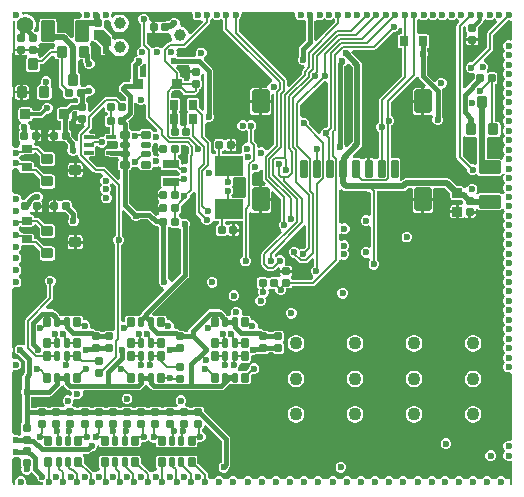
<source format=gbl>
G04*
G04 #@! TF.GenerationSoftware,Altium Limited,Altium Designer,23.4.1 (23)*
G04*
G04 Layer_Physical_Order=4*
G04 Layer_Color=16711680*
%FSLAX25Y25*%
%MOIN*%
G70*
G04*
G04 #@! TF.SameCoordinates,86F2D4E2-0459-4DBF-9641-04F5417CCA88*
G04*
G04*
G04 #@! TF.FilePolarity,Positive*
G04*
G01*
G75*
%ADD12C,0.00787*%
%ADD18C,0.01968*%
G04:AMPARAMS|DCode=19|XSize=27.56mil|YSize=23.62mil|CornerRadius=2.36mil|HoleSize=0mil|Usage=FLASHONLY|Rotation=0.000|XOffset=0mil|YOffset=0mil|HoleType=Round|Shape=RoundedRectangle|*
%AMROUNDEDRECTD19*
21,1,0.02756,0.01890,0,0,0.0*
21,1,0.02284,0.02362,0,0,0.0*
1,1,0.00472,0.01142,-0.00945*
1,1,0.00472,-0.01142,-0.00945*
1,1,0.00472,-0.01142,0.00945*
1,1,0.00472,0.01142,0.00945*
%
%ADD19ROUNDEDRECTD19*%
G04:AMPARAMS|DCode=21|XSize=27.56mil|YSize=36.22mil|CornerRadius=2.76mil|HoleSize=0mil|Usage=FLASHONLY|Rotation=0.000|XOffset=0mil|YOffset=0mil|HoleType=Round|Shape=RoundedRectangle|*
%AMROUNDEDRECTD21*
21,1,0.02756,0.03071,0,0,0.0*
21,1,0.02205,0.03622,0,0,0.0*
1,1,0.00551,0.01102,-0.01535*
1,1,0.00551,-0.01102,-0.01535*
1,1,0.00551,-0.01102,0.01535*
1,1,0.00551,0.01102,0.01535*
%
%ADD21ROUNDEDRECTD21*%
G04:AMPARAMS|DCode=22|XSize=27.56mil|YSize=23.62mil|CornerRadius=2.36mil|HoleSize=0mil|Usage=FLASHONLY|Rotation=90.000|XOffset=0mil|YOffset=0mil|HoleType=Round|Shape=RoundedRectangle|*
%AMROUNDEDRECTD22*
21,1,0.02756,0.01890,0,0,90.0*
21,1,0.02284,0.02362,0,0,90.0*
1,1,0.00472,0.00945,0.01142*
1,1,0.00472,0.00945,-0.01142*
1,1,0.00472,-0.00945,-0.01142*
1,1,0.00472,-0.00945,0.01142*
%
%ADD22ROUNDEDRECTD22*%
G04:AMPARAMS|DCode=26|XSize=27.56mil|YSize=36.22mil|CornerRadius=2.76mil|HoleSize=0mil|Usage=FLASHONLY|Rotation=90.000|XOffset=0mil|YOffset=0mil|HoleType=Round|Shape=RoundedRectangle|*
%AMROUNDEDRECTD26*
21,1,0.02756,0.03071,0,0,90.0*
21,1,0.02205,0.03622,0,0,90.0*
1,1,0.00551,0.01535,0.01102*
1,1,0.00551,0.01535,-0.01102*
1,1,0.00551,-0.01535,-0.01102*
1,1,0.00551,-0.01535,0.01102*
%
%ADD26ROUNDEDRECTD26*%
%ADD28R,0.00787X0.21260*%
%ADD29R,0.00787X0.09055*%
%ADD30R,0.00787X0.23622*%
%ADD31R,0.00787X0.07874*%
%ADD32R,0.00787X0.08268*%
%ADD33R,0.00787X0.42126*%
%ADD34R,0.19685X0.00787*%
%ADD35R,0.26772X0.00787*%
%ADD36R,0.17717X0.00787*%
%ADD37R,0.00787X0.22441*%
%ADD38R,0.00787X0.06299*%
%ADD39R,0.05512X0.00787*%
G04:AMPARAMS|DCode=40|XSize=35.43mil|YSize=37.4mil|CornerRadius=3.54mil|HoleSize=0mil|Usage=FLASHONLY|Rotation=90.000|XOffset=0mil|YOffset=0mil|HoleType=Round|Shape=RoundedRectangle|*
%AMROUNDEDRECTD40*
21,1,0.03543,0.03032,0,0,90.0*
21,1,0.02835,0.03740,0,0,90.0*
1,1,0.00709,0.01516,0.01417*
1,1,0.00709,0.01516,-0.01417*
1,1,0.00709,-0.01516,-0.01417*
1,1,0.00709,-0.01516,0.01417*
%
%ADD40ROUNDEDRECTD40*%
G04:AMPARAMS|DCode=41|XSize=35.43mil|YSize=37.4mil|CornerRadius=3.54mil|HoleSize=0mil|Usage=FLASHONLY|Rotation=90.000|XOffset=0mil|YOffset=0mil|HoleType=Round|Shape=RoundedRectangle|*
%AMROUNDEDRECTD41*
21,1,0.03543,0.03032,0,0,90.0*
21,1,0.02835,0.03740,0,0,90.0*
1,1,0.00709,0.01516,0.01417*
1,1,0.00709,0.01516,-0.01417*
1,1,0.00709,-0.01516,-0.01417*
1,1,0.00709,-0.01516,0.01417*
%
%ADD41ROUNDEDRECTD41*%
%ADD84C,0.01575*%
%ADD86C,0.01181*%
%ADD87C,0.04331*%
%ADD88C,0.02362*%
%ADD89C,0.03900*%
%ADD90C,0.05512*%
G04:AMPARAMS|DCode=91|XSize=25.59mil|YSize=31.5mil|CornerRadius=2.56mil|HoleSize=0mil|Usage=FLASHONLY|Rotation=0.000|XOffset=0mil|YOffset=0mil|HoleType=Round|Shape=RoundedRectangle|*
%AMROUNDEDRECTD91*
21,1,0.02559,0.02638,0,0,0.0*
21,1,0.02047,0.03150,0,0,0.0*
1,1,0.00512,0.01024,-0.01319*
1,1,0.00512,-0.01024,-0.01319*
1,1,0.00512,-0.01024,0.01319*
1,1,0.00512,0.01024,0.01319*
%
%ADD91ROUNDEDRECTD91*%
G04:AMPARAMS|DCode=92|XSize=17.72mil|YSize=31.5mil|CornerRadius=1.77mil|HoleSize=0mil|Usage=FLASHONLY|Rotation=0.000|XOffset=0mil|YOffset=0mil|HoleType=Round|Shape=RoundedRectangle|*
%AMROUNDEDRECTD92*
21,1,0.01772,0.02795,0,0,0.0*
21,1,0.01417,0.03150,0,0,0.0*
1,1,0.00354,0.00709,-0.01398*
1,1,0.00354,-0.00709,-0.01398*
1,1,0.00354,-0.00709,0.01398*
1,1,0.00354,0.00709,0.01398*
%
%ADD92ROUNDEDRECTD92*%
G04:AMPARAMS|DCode=93|XSize=78.74mil|YSize=57.09mil|CornerRadius=5.71mil|HoleSize=0mil|Usage=FLASHONLY|Rotation=90.000|XOffset=0mil|YOffset=0mil|HoleType=Round|Shape=RoundedRectangle|*
%AMROUNDEDRECTD93*
21,1,0.07874,0.04567,0,0,90.0*
21,1,0.06732,0.05709,0,0,90.0*
1,1,0.01142,0.02284,0.03366*
1,1,0.01142,0.02284,-0.03366*
1,1,0.01142,-0.02284,-0.03366*
1,1,0.01142,-0.02284,0.03366*
%
%ADD93ROUNDEDRECTD93*%
G04:AMPARAMS|DCode=94|XSize=59.06mil|YSize=25.59mil|CornerRadius=2.56mil|HoleSize=0mil|Usage=FLASHONLY|Rotation=90.000|XOffset=0mil|YOffset=0mil|HoleType=Round|Shape=RoundedRectangle|*
%AMROUNDEDRECTD94*
21,1,0.05906,0.02047,0,0,90.0*
21,1,0.05394,0.02559,0,0,90.0*
1,1,0.00512,0.01024,0.02697*
1,1,0.00512,0.01024,-0.02697*
1,1,0.00512,-0.01024,-0.02697*
1,1,0.00512,-0.01024,0.02697*
%
%ADD94ROUNDEDRECTD94*%
G04:AMPARAMS|DCode=95|XSize=35.43mil|YSize=37.4mil|CornerRadius=3.54mil|HoleSize=0mil|Usage=FLASHONLY|Rotation=180.000|XOffset=0mil|YOffset=0mil|HoleType=Round|Shape=RoundedRectangle|*
%AMROUNDEDRECTD95*
21,1,0.03543,0.03032,0,0,180.0*
21,1,0.02835,0.03740,0,0,180.0*
1,1,0.00709,-0.01417,0.01516*
1,1,0.00709,0.01417,0.01516*
1,1,0.00709,0.01417,-0.01516*
1,1,0.00709,-0.01417,-0.01516*
%
%ADD95ROUNDEDRECTD95*%
G04:AMPARAMS|DCode=96|XSize=35.43mil|YSize=37.4mil|CornerRadius=3.54mil|HoleSize=0mil|Usage=FLASHONLY|Rotation=180.000|XOffset=0mil|YOffset=0mil|HoleType=Round|Shape=RoundedRectangle|*
%AMROUNDEDRECTD96*
21,1,0.03543,0.03032,0,0,180.0*
21,1,0.02835,0.03740,0,0,180.0*
1,1,0.00709,-0.01417,0.01516*
1,1,0.00709,0.01417,0.01516*
1,1,0.00709,0.01417,-0.01516*
1,1,0.00709,-0.01417,-0.01516*
%
%ADD96ROUNDEDRECTD96*%
G04:AMPARAMS|DCode=97|XSize=35.83mil|YSize=33.47mil|CornerRadius=3.35mil|HoleSize=0mil|Usage=FLASHONLY|Rotation=0.000|XOffset=0mil|YOffset=0mil|HoleType=Round|Shape=RoundedRectangle|*
%AMROUNDEDRECTD97*
21,1,0.03583,0.02677,0,0,0.0*
21,1,0.02913,0.03347,0,0,0.0*
1,1,0.00669,0.01457,-0.01339*
1,1,0.00669,-0.01457,-0.01339*
1,1,0.00669,-0.01457,0.01339*
1,1,0.00669,0.01457,0.01339*
%
%ADD97ROUNDEDRECTD97*%
G04:AMPARAMS|DCode=98|XSize=70.87mil|YSize=45.28mil|CornerRadius=4.53mil|HoleSize=0mil|Usage=FLASHONLY|Rotation=0.000|XOffset=0mil|YOffset=0mil|HoleType=Round|Shape=RoundedRectangle|*
%AMROUNDEDRECTD98*
21,1,0.07087,0.03622,0,0,0.0*
21,1,0.06181,0.04528,0,0,0.0*
1,1,0.00906,0.03091,-0.01811*
1,1,0.00906,-0.03091,-0.01811*
1,1,0.00906,-0.03091,0.01811*
1,1,0.00906,0.03091,0.01811*
%
%ADD98ROUNDEDRECTD98*%
G04:AMPARAMS|DCode=99|XSize=12.6mil|YSize=31.5mil|CornerRadius=1.26mil|HoleSize=0mil|Usage=FLASHONLY|Rotation=270.000|XOffset=0mil|YOffset=0mil|HoleType=Round|Shape=RoundedRectangle|*
%AMROUNDEDRECTD99*
21,1,0.01260,0.02898,0,0,270.0*
21,1,0.01008,0.03150,0,0,270.0*
1,1,0.00252,-0.01449,-0.00504*
1,1,0.00252,-0.01449,0.00504*
1,1,0.00252,0.01449,0.00504*
1,1,0.00252,0.01449,-0.00504*
%
%ADD99ROUNDEDRECTD99*%
%ADD100R,0.01968X0.01968*%
%ADD101R,0.09449X0.06693*%
G04:AMPARAMS|DCode=102|XSize=25.59mil|YSize=31.5mil|CornerRadius=2.56mil|HoleSize=0mil|Usage=FLASHONLY|Rotation=270.000|XOffset=0mil|YOffset=0mil|HoleType=Round|Shape=RoundedRectangle|*
%AMROUNDEDRECTD102*
21,1,0.02559,0.02638,0,0,270.0*
21,1,0.02047,0.03150,0,0,270.0*
1,1,0.00512,-0.01319,-0.01024*
1,1,0.00512,-0.01319,0.01024*
1,1,0.00512,0.01319,0.01024*
1,1,0.00512,0.01319,-0.01024*
%
%ADD102ROUNDEDRECTD102*%
G04:AMPARAMS|DCode=103|XSize=17.72mil|YSize=31.5mil|CornerRadius=1.77mil|HoleSize=0mil|Usage=FLASHONLY|Rotation=270.000|XOffset=0mil|YOffset=0mil|HoleType=Round|Shape=RoundedRectangle|*
%AMROUNDEDRECTD103*
21,1,0.01772,0.02795,0,0,270.0*
21,1,0.01417,0.03150,0,0,270.0*
1,1,0.00354,-0.01398,-0.00709*
1,1,0.00354,-0.01398,0.00709*
1,1,0.00354,0.01398,0.00709*
1,1,0.00354,0.01398,-0.00709*
%
%ADD103ROUNDEDRECTD103*%
G04:AMPARAMS|DCode=104|XSize=27.56mil|YSize=55.12mil|CornerRadius=2.76mil|HoleSize=0mil|Usage=FLASHONLY|Rotation=270.000|XOffset=0mil|YOffset=0mil|HoleType=Round|Shape=RoundedRectangle|*
%AMROUNDEDRECTD104*
21,1,0.02756,0.04961,0,0,270.0*
21,1,0.02205,0.05512,0,0,270.0*
1,1,0.00551,-0.02480,-0.01102*
1,1,0.00551,-0.02480,0.01102*
1,1,0.00551,0.02480,0.01102*
1,1,0.00551,0.02480,-0.01102*
%
%ADD104ROUNDEDRECTD104*%
G04:AMPARAMS|DCode=105|XSize=70.87mil|YSize=45.28mil|CornerRadius=4.53mil|HoleSize=0mil|Usage=FLASHONLY|Rotation=90.000|XOffset=0mil|YOffset=0mil|HoleType=Round|Shape=RoundedRectangle|*
%AMROUNDEDRECTD105*
21,1,0.07087,0.03622,0,0,90.0*
21,1,0.06181,0.04528,0,0,90.0*
1,1,0.00906,0.01811,0.03091*
1,1,0.00906,0.01811,-0.03091*
1,1,0.00906,-0.01811,-0.03091*
1,1,0.00906,-0.01811,0.03091*
%
%ADD105ROUNDEDRECTD105*%
G04:AMPARAMS|DCode=106|XSize=33.47mil|YSize=33.47mil|CornerRadius=3.35mil|HoleSize=0mil|Usage=FLASHONLY|Rotation=270.000|XOffset=0mil|YOffset=0mil|HoleType=Round|Shape=RoundedRectangle|*
%AMROUNDEDRECTD106*
21,1,0.03347,0.02677,0,0,270.0*
21,1,0.02677,0.03347,0,0,270.0*
1,1,0.00669,-0.01339,-0.01339*
1,1,0.00669,-0.01339,0.01339*
1,1,0.00669,0.01339,0.01339*
1,1,0.00669,0.01339,-0.01339*
%
%ADD106ROUNDEDRECTD106*%
%ADD107R,0.01968X0.01176*%
G36*
X161144Y155248D02*
X161201Y155191D01*
X161285Y155156D01*
X161470Y154227D01*
X158444Y151202D01*
X158226Y150876D01*
X158150Y150492D01*
Y145790D01*
X153305Y140945D01*
X153305Y140945D01*
X152600D01*
X151949Y140675D01*
X151451Y140177D01*
X151181Y139526D01*
Y138821D01*
X151451Y138170D01*
X151949Y137671D01*
X152600Y137402D01*
X153305D01*
X153519Y137490D01*
X153729Y137365D01*
X154142Y136896D01*
X154118Y136772D01*
Y135632D01*
X150732Y132246D01*
X150005Y132548D01*
Y152522D01*
X150528Y153045D01*
X151315Y152719D01*
Y151435D01*
X151379Y151112D01*
X151553Y150853D01*
X151562Y150830D01*
Y149992D01*
X151553Y149970D01*
X151379Y149710D01*
X151315Y149388D01*
Y148935D01*
X155284D01*
Y149388D01*
X155220Y149710D01*
X155047Y149970D01*
X155037Y149992D01*
Y150830D01*
X155047Y150853D01*
X155220Y151112D01*
X155284Y151435D01*
Y152661D01*
X156704Y154081D01*
X156965Y154472D01*
X157057Y154932D01*
X157057Y154932D01*
Y155072D01*
X157763Y155422D01*
X157995Y155248D01*
X158052Y155191D01*
X158703Y154921D01*
X159407D01*
X160059Y155191D01*
X160116Y155248D01*
X160630Y155635D01*
X161144Y155248D01*
D02*
G37*
G36*
X104451Y155248D02*
X104508Y155191D01*
X105159Y154921D01*
X105864D01*
X106515Y155191D01*
X106572Y155248D01*
X107040Y155599D01*
X107658Y155171D01*
Y154353D01*
X101405Y148100D01*
X100618Y148426D01*
Y154819D01*
X101359Y155191D01*
X102010Y154921D01*
X102715D01*
X103366Y155191D01*
X103423Y155248D01*
X103937Y155635D01*
X104451Y155248D01*
D02*
G37*
G36*
X166535Y154412D02*
Y148737D01*
X165748Y148211D01*
X165707Y148228D01*
X165002D01*
X164351Y147959D01*
X163852Y147460D01*
X163583Y146809D01*
Y146104D01*
X163852Y145453D01*
X163909Y145396D01*
X164296Y144882D01*
X163909Y144368D01*
X163852Y144311D01*
X163583Y143659D01*
Y142955D01*
X163852Y142304D01*
X163909Y142247D01*
X164296Y141732D01*
X163909Y141218D01*
X163852Y141161D01*
X163583Y140510D01*
Y139805D01*
X163852Y139154D01*
X163909Y139097D01*
X164296Y138583D01*
X163909Y138068D01*
X163852Y138011D01*
X163583Y137360D01*
Y136655D01*
X163852Y136004D01*
X163909Y135948D01*
X164296Y135433D01*
X163909Y134919D01*
X163852Y134862D01*
X163583Y134211D01*
Y133506D01*
X163852Y132855D01*
X163909Y132798D01*
X164296Y132283D01*
X163909Y131769D01*
X163852Y131712D01*
X163583Y131061D01*
Y130356D01*
X163852Y129705D01*
X163909Y129648D01*
X164296Y129134D01*
X163909Y128620D01*
X163852Y128563D01*
X163583Y127911D01*
Y127207D01*
X163852Y126556D01*
X163909Y126499D01*
X164296Y125984D01*
X163909Y125470D01*
X163852Y125413D01*
X163583Y124762D01*
Y124057D01*
X163852Y123406D01*
X163909Y123349D01*
X164296Y122835D01*
X163909Y122320D01*
X163852Y122263D01*
X163583Y121612D01*
Y120907D01*
X163852Y120256D01*
X163909Y120200D01*
X164296Y119685D01*
X163909Y119171D01*
X163852Y119114D01*
X163583Y118463D01*
Y117758D01*
X163852Y117107D01*
X163909Y117050D01*
X164296Y116535D01*
X163909Y116021D01*
X163852Y115964D01*
X163583Y115313D01*
Y114608D01*
X163852Y113957D01*
X163909Y113900D01*
X164296Y113386D01*
X163909Y112872D01*
X163852Y112815D01*
X163583Y112163D01*
Y111459D01*
X163852Y110808D01*
X163909Y110751D01*
X164296Y110236D01*
X163909Y109722D01*
X163852Y109665D01*
X163583Y109014D01*
Y108861D01*
X163221Y108654D01*
X162795Y108537D01*
X162553Y108699D01*
X162146Y108780D01*
X158186D01*
Y115541D01*
X158212Y115592D01*
X158903Y116140D01*
X161737D01*
X162106Y116213D01*
X162418Y116422D01*
X162627Y116734D01*
X162701Y117103D01*
Y120134D01*
X162627Y120503D01*
X162418Y120816D01*
X162106Y121025D01*
X161737Y121098D01*
X160846D01*
Y133657D01*
X161110Y133709D01*
X161383Y133892D01*
X161566Y134166D01*
X161630Y134488D01*
Y136772D01*
X161566Y137094D01*
X161383Y137368D01*
X161110Y137550D01*
X160787Y137615D01*
X158898D01*
X158575Y137550D01*
X158240Y137866D01*
X158128Y138300D01*
X158195Y138366D01*
X158465Y139018D01*
Y139723D01*
X158195Y140374D01*
X157696Y140872D01*
X157334Y141022D01*
X157095Y141785D01*
X157104Y141905D01*
X159863Y144664D01*
X160081Y144990D01*
X160157Y145374D01*
Y150076D01*
X165002Y154921D01*
X165002Y154921D01*
X165707D01*
X165748Y154938D01*
X166535Y154412D01*
D02*
G37*
G36*
X142247Y155248D02*
X142304Y155191D01*
X142955Y154921D01*
X143659D01*
X144311Y155191D01*
X144368Y155248D01*
X144882Y155635D01*
X145396Y155248D01*
X145453Y155191D01*
X146104Y154921D01*
X146809D01*
X147460Y155191D01*
X147517Y155248D01*
X148031Y155635D01*
X148546Y155248D01*
X148603Y155191D01*
X148687Y155156D01*
X148871Y154227D01*
X148292Y153648D01*
X148074Y153322D01*
X147997Y152938D01*
Y109464D01*
X148074Y109080D01*
X148292Y108754D01*
X151575Y105471D01*
X151575Y105471D01*
Y104766D01*
X151845Y104115D01*
X152343Y103616D01*
X152994Y103347D01*
X153699D01*
X154205Y103556D01*
X154425Y103593D01*
X155203Y103356D01*
X155212Y103342D01*
X155558Y103112D01*
X155965Y103031D01*
X162146D01*
X162553Y103112D01*
X162898Y103342D01*
X163049Y103569D01*
X163576Y103679D01*
X163928Y103672D01*
X164007Y103553D01*
X163909Y103423D01*
X163852Y103366D01*
X163583Y102715D01*
Y102010D01*
X163852Y101359D01*
X163909Y101302D01*
X164296Y100787D01*
X163909Y100273D01*
X163852Y100216D01*
X163583Y99565D01*
Y98860D01*
X163852Y98209D01*
X163909Y98152D01*
X164296Y97638D01*
X163909Y97123D01*
X163852Y97067D01*
X163818Y96984D01*
X163805Y96978D01*
X162957Y96963D01*
X162898Y97051D01*
X162553Y97282D01*
X162146Y97363D01*
X155965D01*
X155558Y97282D01*
X155212Y97051D01*
X154603Y97105D01*
X154432Y97390D01*
X154693Y97650D01*
X154962Y98301D01*
Y99006D01*
X154693Y99657D01*
X154194Y100156D01*
X153543Y100425D01*
X152838D01*
X152187Y100156D01*
X151689Y99657D01*
X151542Y99303D01*
X150796Y98956D01*
X150632Y98942D01*
X150449Y99050D01*
X150438Y99101D01*
X150234Y99407D01*
X149928Y99612D01*
X149567Y99683D01*
X148217D01*
X146064Y101836D01*
X145544Y102184D01*
X144929Y102306D01*
X144929Y102306D01*
X131213D01*
X130598Y102184D01*
X130077Y101836D01*
X130077Y101836D01*
X129562Y101321D01*
X129200Y101368D01*
X129027Y102185D01*
X129075Y102217D01*
X129262Y102497D01*
X129328Y102827D01*
Y108221D01*
X129262Y108551D01*
X129075Y108831D01*
X128795Y109018D01*
X128465Y109084D01*
X126418D01*
X126279Y109197D01*
Y119906D01*
X126397Y119955D01*
X126896Y120453D01*
X127165Y121104D01*
Y121809D01*
X126896Y122460D01*
X126397Y122959D01*
X126279Y123007D01*
Y127773D01*
X134568Y136062D01*
X134643Y136174D01*
X134788Y136185D01*
X135019Y136166D01*
X135451Y136005D01*
X135513Y135694D01*
X135818Y135238D01*
X137813Y133242D01*
X137512Y132515D01*
X137303D01*
Y127965D01*
Y123414D01*
X139095D01*
X139548Y123504D01*
X139690Y123427D01*
X140230Y122854D01*
X139961Y122203D01*
Y121498D01*
X140230Y120847D01*
X140729Y120349D01*
X141380Y120079D01*
X142085D01*
X142736Y120349D01*
X143234Y120847D01*
X143504Y121498D01*
Y122203D01*
X143234Y122854D01*
X143137Y122951D01*
Y131310D01*
X143116Y131418D01*
X143301Y132059D01*
X143653Y132333D01*
X143995Y132475D01*
X144493Y132974D01*
X144763Y133625D01*
Y134329D01*
X144493Y134981D01*
X143995Y135479D01*
X143344Y135749D01*
X142639D01*
X141988Y135479D01*
X141490Y134981D01*
X141394Y134749D01*
X140492Y134537D01*
X138216Y136813D01*
Y142600D01*
X138313Y142697D01*
X138583Y143348D01*
Y144053D01*
X138313Y144704D01*
X138216Y144801D01*
Y145673D01*
X138251Y145680D01*
X138538Y145872D01*
X138729Y146158D01*
X138796Y146496D01*
Y149567D01*
X138729Y149905D01*
X138538Y150191D01*
X138251Y150383D01*
X137913Y150450D01*
X135709D01*
X135649Y150438D01*
X134985Y150842D01*
X134862Y150990D01*
Y155171D01*
X135480Y155599D01*
X135948Y155248D01*
X136004Y155191D01*
X136655Y154921D01*
X137360D01*
X138012Y155191D01*
X138068Y155248D01*
X138583Y155635D01*
X139097Y155248D01*
X139154Y155191D01*
X139805Y154921D01*
X140510D01*
X141161Y155191D01*
X141218Y155248D01*
X141732Y155635D01*
X142247Y155248D01*
D02*
G37*
G36*
X129705Y152357D02*
Y150450D01*
X129409D01*
X129071Y150383D01*
X128785Y150191D01*
X128594Y149905D01*
X128526Y149567D01*
Y146496D01*
X128594Y146158D01*
X128785Y145872D01*
X129071Y145680D01*
X129409Y145613D01*
X129705D01*
Y136390D01*
X122401Y129085D01*
X122183Y128760D01*
X122107Y128376D01*
Y120826D01*
X122028Y120793D01*
X121530Y120295D01*
X121260Y119644D01*
Y118939D01*
X121530Y118288D01*
X122028Y117789D01*
X122107Y117757D01*
Y109084D01*
X122087D01*
X121757Y109018D01*
X121477Y108831D01*
X121378Y108682D01*
X120961Y108612D01*
X120929D01*
X120513Y108682D01*
X120414Y108831D01*
X120134Y109018D01*
X119804Y109084D01*
X119272D01*
Y105524D01*
X118288D01*
Y109084D01*
X117756D01*
X117426Y109018D01*
X117146Y108831D01*
X117047Y108682D01*
X116630Y108612D01*
X116598D01*
X116182Y108682D01*
X116083Y108831D01*
X115803Y109018D01*
X115473Y109084D01*
X113667D01*
X113337Y109706D01*
X113317Y109847D01*
X116096Y112626D01*
X116096Y112626D01*
X116444Y113147D01*
X116566Y113761D01*
X116566Y113761D01*
Y140051D01*
X116444Y140665D01*
X116096Y141186D01*
X116096Y141186D01*
X112912Y144370D01*
X113023Y144796D01*
X113353Y145158D01*
X114263D01*
X114264Y145158D01*
X120571D01*
X120955Y145234D01*
X121281Y145452D01*
X126813Y150984D01*
X126813Y150984D01*
X127518D01*
X128169Y151254D01*
X128667Y151752D01*
X128937Y152403D01*
X129705Y152357D01*
D02*
G37*
G36*
X60057Y157087D02*
X60039Y157045D01*
Y156341D01*
X60309Y155689D01*
X60808Y155191D01*
X61459Y154921D01*
X62164D01*
X62645Y155121D01*
X63292Y154881D01*
X63478Y154719D01*
X63510Y154416D01*
X59415Y150321D01*
X58603Y150622D01*
X58482Y151074D01*
X58096Y151743D01*
X57550Y152289D01*
X56881Y152675D01*
X56254Y152843D01*
X56013Y153077D01*
X55709Y153585D01*
Y154289D01*
X55439Y154941D01*
X54941Y155439D01*
X54289Y155709D01*
X53585D01*
X52934Y155439D01*
X52435Y154941D01*
X52344Y154722D01*
X52181Y154558D01*
X51181D01*
X51181Y154558D01*
X51107Y154544D01*
X50039D01*
X49717Y154480D01*
X49457Y154306D01*
X49435Y154297D01*
X48597D01*
X48575Y154306D01*
X48315Y154480D01*
X47992Y154544D01*
X47539D01*
Y152559D01*
Y150574D01*
X47992D01*
X48315Y150638D01*
X48575Y150812D01*
X48597Y150821D01*
X49435D01*
X49457Y150812D01*
X49717Y150638D01*
X50039Y150574D01*
X51929D01*
X52073Y150603D01*
X52269Y150530D01*
X52573Y150312D01*
X52814Y150067D01*
Y149555D01*
X53014Y148808D01*
X53247Y148404D01*
X52886Y147617D01*
X52351D01*
X51967Y147540D01*
X51642Y147323D01*
X50176Y145857D01*
X49285Y145765D01*
X49248Y145777D01*
X49232Y145793D01*
X48581Y146063D01*
X47876D01*
X47225Y145793D01*
X47110Y145679D01*
X47074Y145666D01*
X46184Y145758D01*
X46172Y145769D01*
X44704Y147236D01*
Y150604D01*
X45492Y150843D01*
X45506Y150821D01*
X45780Y150638D01*
X46102Y150574D01*
X46555D01*
Y152559D01*
Y154544D01*
X46102D01*
X46039Y154586D01*
X45482Y155140D01*
X45472Y155160D01*
Y155667D01*
X45203Y156318D01*
X44704Y156817D01*
X44053Y157087D01*
X43348D01*
X42697Y156817D01*
X42199Y156318D01*
X41929Y155667D01*
Y154963D01*
X42199Y154311D01*
X42697Y153813D01*
X42697Y153813D01*
Y146821D01*
X42774Y146437D01*
X42303Y145793D01*
X41805Y145295D01*
X41535Y144644D01*
Y143939D01*
X41585Y143819D01*
X41739Y143242D01*
X41191Y142869D01*
X41122Y142841D01*
X40624Y142342D01*
X40354Y141691D01*
Y141341D01*
X39952Y140938D01*
X39647Y140482D01*
X39540Y139945D01*
Y135761D01*
X39404Y135558D01*
X39332Y135197D01*
Y134476D01*
X37598D01*
X37061Y134369D01*
X36605Y134064D01*
X35818Y133277D01*
X35513Y132821D01*
X35406Y132283D01*
Y132087D01*
X35513Y131549D01*
X35818Y131093D01*
X37670Y129241D01*
Y128257D01*
X37559Y128166D01*
X36246D01*
X35257Y129155D01*
X34931Y129372D01*
X34547Y129448D01*
X31267D01*
X30883Y129372D01*
X30558Y129155D01*
X25834Y124430D01*
X25812Y124439D01*
X25184Y124894D01*
X25213Y125039D01*
Y126929D01*
X25149Y127252D01*
X24966Y127525D01*
X24693Y127708D01*
X24633Y127720D01*
Y129123D01*
X25238Y129724D01*
X25943D01*
X26594Y129994D01*
X27092Y130492D01*
X27362Y131144D01*
Y131849D01*
X27092Y132500D01*
X26594Y132998D01*
X25943Y133268D01*
X25238D01*
X24587Y132998D01*
X24339Y132750D01*
X23841D01*
X23625Y132793D01*
X23013D01*
X22874Y132899D01*
X22447Y133581D01*
X22459Y133642D01*
Y136673D01*
X22386Y137042D01*
X22177Y137354D01*
X21865Y137563D01*
X21684Y137599D01*
Y141331D01*
X21711Y141383D01*
X22402Y141930D01*
X23398D01*
Y141445D01*
X23505Y140908D01*
X23810Y140452D01*
X23819Y140443D01*
Y140092D01*
X24089Y139441D01*
X24587Y138943D01*
X25238Y138673D01*
X25943D01*
X26594Y138943D01*
X27092Y139441D01*
X27362Y140092D01*
Y140797D01*
X27092Y141448D01*
X26594Y141947D01*
X26208Y142106D01*
Y143425D01*
X26200Y143468D01*
Y145925D01*
X26126Y146294D01*
X25917Y146606D01*
X25860Y146645D01*
X25778Y147482D01*
X25792Y147535D01*
X26022Y147880D01*
X26034Y147942D01*
X26195Y148024D01*
X26875Y148130D01*
X27048Y147957D01*
X27500Y147770D01*
X27919Y147770D01*
X29528Y146161D01*
Y143307D01*
X32678D01*
Y143816D01*
X33182Y144042D01*
X33465Y144074D01*
X33946Y143593D01*
X34615Y143207D01*
X35362Y143007D01*
X36134D01*
X36881Y143207D01*
X37550Y143593D01*
X38096Y144139D01*
X38482Y144808D01*
X38682Y145555D01*
Y146327D01*
X38482Y147073D01*
X38096Y147743D01*
X37550Y148289D01*
X36881Y148675D01*
X36134Y148875D01*
X35362D01*
X34615Y148675D01*
X34101Y148378D01*
X33588Y148561D01*
X33313Y148769D01*
Y149452D01*
X33126Y149904D01*
X30806Y152224D01*
X30562Y152866D01*
X30626Y153189D01*
Y154839D01*
X30750Y154921D01*
X31455D01*
X32106Y155191D01*
X32226Y155163D01*
X32814Y154327D01*
Y153555D01*
X33014Y152808D01*
X33400Y152139D01*
X33946Y151593D01*
X34615Y151207D01*
X35362Y151007D01*
X36134D01*
X36881Y151207D01*
X37550Y151593D01*
X38096Y152139D01*
X38482Y152808D01*
X38682Y153555D01*
Y154327D01*
X38482Y155073D01*
X38096Y155743D01*
X37550Y156289D01*
X36881Y156675D01*
X36134Y156875D01*
X35362D01*
X34615Y156675D01*
X33946Y156289D01*
X33534Y155877D01*
X32867Y156323D01*
X32874Y156341D01*
Y157045D01*
X32857Y157087D01*
X33383Y157874D01*
X59530D01*
X60057Y157087D01*
D02*
G37*
G36*
X23049D02*
X23031Y157045D01*
Y156341D01*
X23040Y156320D01*
X22514Y155532D01*
X21417D01*
X21010Y155451D01*
X20665Y155221D01*
X20435Y154876D01*
X20354Y154469D01*
Y149301D01*
X19566Y148975D01*
X18163Y150378D01*
X17642Y150726D01*
X17028Y150848D01*
X17028Y150848D01*
X14686D01*
Y154469D01*
X14605Y154876D01*
X14374Y155221D01*
X14029Y155451D01*
X13622Y155532D01*
X10000D01*
X9593Y155451D01*
X9248Y155221D01*
X9017Y154876D01*
X8936Y154469D01*
Y151464D01*
X8294Y150946D01*
X7597Y151047D01*
X7293Y151503D01*
X7118Y151678D01*
X7449Y152252D01*
X7677Y153103D01*
Y153984D01*
X7449Y154835D01*
X7009Y155598D01*
X6385Y156221D01*
X5622Y156662D01*
X4771Y156890D01*
X3890D01*
X3740Y156850D01*
X3727Y156853D01*
X3636Y157087D01*
X4176Y157874D01*
X22523D01*
X23049Y157087D01*
D02*
G37*
G36*
X32674Y149452D02*
Y146742D01*
X32389Y146457D01*
X30136D01*
X28184Y148409D01*
X27500Y148409D01*
X27165Y148744D01*
Y151575D01*
X27362Y151772D01*
X30354D01*
X32674Y149452D01*
D02*
G37*
G36*
X3248Y143291D02*
X3898D01*
X4220Y143355D01*
X4307Y143413D01*
X4461Y143506D01*
X4571Y143475D01*
X4722Y143308D01*
X4791Y142433D01*
X4582Y142121D01*
X4509Y141752D01*
Y138721D01*
X4582Y138352D01*
X4791Y138039D01*
X5104Y137830D01*
X5472Y137757D01*
X8307D01*
X8676Y137830D01*
X8988Y138039D01*
X9197Y138352D01*
X9270Y138721D01*
Y140355D01*
X9911D01*
X10295Y140431D01*
X10621Y140649D01*
X13171Y143198D01*
X13958Y142904D01*
Y142894D01*
X14031Y142525D01*
X14240Y142212D01*
X14553Y142004D01*
X14921Y141930D01*
X15335D01*
Y133410D01*
X15411Y133026D01*
X15629Y132700D01*
X16955Y131374D01*
Y129667D01*
X17019Y129344D01*
X17202Y129071D01*
X17475Y128888D01*
X17798Y128824D01*
X19688D01*
X20010Y128888D01*
X20270Y129062D01*
X20292Y129071D01*
X21130D01*
X21152Y129062D01*
X21412Y128888D01*
X21735Y128824D01*
X21823D01*
Y127720D01*
X21764Y127708D01*
X21491Y127525D01*
X21400Y127389D01*
X19685D01*
X19148Y127282D01*
X18692Y126978D01*
X17769Y126055D01*
X17668Y125904D01*
X15866D01*
X15505Y125832D01*
X15199Y125628D01*
X14995Y125322D01*
X14923Y124961D01*
Y122283D01*
X14995Y121923D01*
X15199Y121616D01*
X15505Y121412D01*
X15866Y121340D01*
X16115D01*
Y118502D01*
X15350Y118270D01*
X15338Y118271D01*
X15310Y118281D01*
X15307Y118282D01*
X15047Y118456D01*
X14724Y118520D01*
X14272D01*
Y116535D01*
Y114551D01*
X14724D01*
X15047Y114615D01*
X15307Y114788D01*
X15329Y114798D01*
X16167D01*
X16189Y114788D01*
X16449Y114615D01*
X16772Y114551D01*
X17517D01*
X18523Y113545D01*
Y112488D01*
X18307Y111967D01*
Y111262D01*
X18577Y110611D01*
X19075Y110112D01*
X19726Y109843D01*
X20431D01*
X21082Y110112D01*
X21142Y110172D01*
X21796Y109950D01*
X21939Y109855D01*
X22006Y109520D01*
X22223Y109194D01*
X26960Y104458D01*
X27285Y104240D01*
X27669Y104164D01*
X29500D01*
X30148Y103446D01*
X30099Y103040D01*
X29600Y102541D01*
X29331Y101890D01*
Y101185D01*
X29600Y100534D01*
X30055Y100080D01*
X29600Y99626D01*
X29331Y98975D01*
Y98270D01*
X29600Y97619D01*
X30099Y97120D01*
X29885Y96761D01*
X29797Y96673D01*
X29528Y96022D01*
Y95317D01*
X29797Y94666D01*
X30296Y94167D01*
X30947Y93898D01*
X31652D01*
X32303Y94167D01*
X32801Y94666D01*
X33071Y95317D01*
Y96022D01*
X32801Y96673D01*
X32303Y97171D01*
X32516Y97531D01*
X32604Y97619D01*
X32874Y98270D01*
Y98975D01*
X32604Y99626D01*
X32496Y99734D01*
X32587Y100223D01*
X32765Y100519D01*
X33531Y100612D01*
X34429Y99714D01*
Y83195D01*
X34429Y83195D01*
X33931Y82696D01*
X33661Y82045D01*
Y81340D01*
X33931Y80689D01*
X34149Y80471D01*
Y51992D01*
X34088Y51890D01*
X33425Y51394D01*
X31142D01*
X30819Y51330D01*
X30546Y51147D01*
X30455Y51011D01*
X29585D01*
X29494Y51147D01*
X29220Y51330D01*
X28898Y51394D01*
X27758D01*
X27470Y51682D01*
X27014Y51987D01*
X26476Y52094D01*
X26348D01*
X25787Y52797D01*
Y53502D01*
X25518Y54153D01*
X25019Y54651D01*
X24368Y54921D01*
X23663D01*
X23442Y55069D01*
Y55650D01*
X23376Y55980D01*
X23189Y56260D01*
X22909Y56447D01*
X22579Y56513D01*
X20531D01*
X20201Y56447D01*
X20157Y56417D01*
X19912Y56262D01*
X19118Y56451D01*
X18819Y56511D01*
X17402D01*
X17102Y56451D01*
X17021Y56397D01*
X16825Y56282D01*
X16246D01*
X16050Y56397D01*
X15969Y56451D01*
X15669Y56511D01*
X15456D01*
X15430Y56538D01*
X15373Y56823D01*
X15068Y57279D01*
X14169Y58179D01*
X13713Y58483D01*
X13175Y58590D01*
X11343D01*
X11041Y59317D01*
X13308Y61584D01*
X13526Y61910D01*
X13602Y62294D01*
Y66412D01*
X13602Y66412D01*
X14100Y66910D01*
X14370Y67561D01*
Y68266D01*
X14100Y68917D01*
X13602Y69415D01*
X12951Y69685D01*
X12246D01*
X11595Y69415D01*
X11096Y68917D01*
X10827Y68266D01*
Y67561D01*
X11096Y66910D01*
X11595Y66412D01*
X11595Y66412D01*
Y62709D01*
X4424Y55538D01*
X4206Y55212D01*
X4130Y54828D01*
Y47029D01*
X3823Y46822D01*
X3342Y46631D01*
X2813Y46850D01*
X2108D01*
X1457Y46581D01*
X959Y46082D01*
X787Y45669D01*
X0Y45825D01*
Y65436D01*
X787Y65962D01*
X829Y65945D01*
X1534D01*
X2185Y66215D01*
X2683Y66713D01*
X2953Y67364D01*
Y68069D01*
X2683Y68720D01*
X2185Y69218D01*
X2087Y69259D01*
Y70111D01*
X2185Y70152D01*
X2683Y70650D01*
X2953Y71301D01*
Y72006D01*
X2683Y72657D01*
X2185Y73155D01*
X2087Y73196D01*
Y74048D01*
X2185Y74089D01*
X2683Y74587D01*
X2953Y75238D01*
Y75943D01*
X2683Y76594D01*
X2185Y77092D01*
X2087Y77133D01*
Y77985D01*
X2185Y78026D01*
X2683Y78524D01*
X2953Y79175D01*
X3184Y79888D01*
X3680Y79904D01*
X6260D01*
X6598Y79971D01*
X6675Y80023D01*
X7301D01*
X9136Y78188D01*
Y75809D01*
X9209Y75441D01*
X9418Y75128D01*
X9730Y74919D01*
X10099Y74846D01*
X13131D01*
X13499Y74919D01*
X13812Y75128D01*
X14021Y75441D01*
X14094Y75809D01*
Y78644D01*
X14021Y79013D01*
X13812Y79325D01*
X13499Y79534D01*
X13131Y79607D01*
X10555D01*
X8426Y81736D01*
X8101Y81954D01*
X7717Y82030D01*
X7143D01*
Y82992D01*
X7076Y83330D01*
X6884Y83617D01*
X6598Y83808D01*
X6260Y83875D01*
X3724D01*
X3402Y84090D01*
X3018Y84167D01*
X2808D01*
X2683Y84468D01*
X2185Y84966D01*
X2087Y85007D01*
Y85859D01*
X2185Y85900D01*
X2674Y86389D01*
X2851Y86271D01*
X3189Y86203D01*
X6260D01*
X6598Y86271D01*
X6884Y86462D01*
X7037Y86690D01*
X7183Y86768D01*
X7908Y86896D01*
X9136Y85668D01*
Y83289D01*
X9209Y82921D01*
X9418Y82608D01*
X9730Y82399D01*
X10099Y82326D01*
X13131D01*
X13499Y82399D01*
X13812Y82608D01*
X14021Y82921D01*
X14094Y83289D01*
Y86124D01*
X14021Y86493D01*
X13812Y86805D01*
X13499Y87014D01*
X13131Y87088D01*
X10555D01*
X8744Y88899D01*
X8418Y89116D01*
X8034Y89192D01*
X7143D01*
Y89291D01*
X7076Y89629D01*
X6884Y89916D01*
X6598Y90107D01*
X6260Y90175D01*
X6053D01*
X5742Y90962D01*
X5968Y91173D01*
X6521D01*
X6544Y91164D01*
X6803Y90991D01*
X7126Y90926D01*
X7579D01*
Y92911D01*
X8071D01*
Y93403D01*
X9859D01*
Y94053D01*
X9795Y94376D01*
X9612Y94649D01*
X9589Y94879D01*
X9770Y95059D01*
X10039Y95711D01*
Y96415D01*
X9770Y97066D01*
X9271Y97565D01*
X8620Y97835D01*
X7915D01*
X7264Y97565D01*
X7017Y97317D01*
X6842D01*
X6304Y97210D01*
X5848Y96906D01*
X4617Y95674D01*
X4312Y95218D01*
X4286Y95087D01*
X4095Y94896D01*
X3680D01*
X3183Y94915D01*
X2953Y95628D01*
X2683Y96279D01*
X2185Y96777D01*
X1534Y97047D01*
X829D01*
X787Y97030D01*
X0Y97556D01*
Y105200D01*
X787Y105726D01*
X829Y105709D01*
X1534D01*
X2306Y105176D01*
Y104803D01*
X2373Y104465D01*
X2565Y104179D01*
X2851Y103987D01*
X3189Y103920D01*
X6260D01*
X6598Y103987D01*
X6675Y104039D01*
X7301D01*
X9136Y102204D01*
Y99825D01*
X9209Y99456D01*
X9418Y99144D01*
X9730Y98935D01*
X10099Y98862D01*
X13131D01*
X13499Y98935D01*
X13812Y99144D01*
X14021Y99456D01*
X14094Y99825D01*
Y102660D01*
X14021Y103028D01*
X13812Y103341D01*
X13499Y103550D01*
X13131Y103623D01*
X10555D01*
X8426Y105752D01*
X8101Y105969D01*
X7717Y106046D01*
X7143D01*
Y107008D01*
X7076Y107346D01*
X6884Y107632D01*
X6598Y107824D01*
X6260Y107891D01*
X3724D01*
X3402Y108106D01*
X3018Y108183D01*
X2808D01*
X2683Y108484D01*
X2626Y108541D01*
X2239Y109055D01*
X2626Y109570D01*
X2683Y109626D01*
X2808Y109928D01*
X3018D01*
X3402Y110004D01*
X3724Y110219D01*
X6260D01*
X6598Y110286D01*
X6884Y110478D01*
X7037Y110705D01*
X7183Y110783D01*
X7908Y110912D01*
X9136Y109684D01*
Y107305D01*
X9209Y106937D01*
X9418Y106624D01*
X9730Y106415D01*
X10099Y106342D01*
X13131D01*
X13499Y106415D01*
X13812Y106624D01*
X14021Y106937D01*
X14094Y107305D01*
Y110140D01*
X14021Y110509D01*
X13812Y110821D01*
X13499Y111030D01*
X13131Y111103D01*
X10555D01*
X8744Y112914D01*
X8418Y113132D01*
X8034Y113208D01*
X7477D01*
X7125Y113855D01*
X7382Y114336D01*
Y116535D01*
Y118520D01*
X6929D01*
X6607Y118456D01*
X6347Y118282D01*
X6325Y118273D01*
X6285D01*
X5755Y118885D01*
X5709Y119000D01*
Y119644D01*
X5439Y120295D01*
X5181Y120553D01*
X5507Y121340D01*
X5788D01*
X6149Y121412D01*
X6455Y121616D01*
X6659Y121923D01*
X6731Y122283D01*
Y122418D01*
X9407D01*
X9407Y122418D01*
X9868Y122510D01*
X10258Y122771D01*
X11307Y123819D01*
X11967D01*
X12618Y124089D01*
X13116Y124587D01*
X13386Y125238D01*
Y125943D01*
X13116Y126594D01*
X12618Y127093D01*
X11967Y127362D01*
X11262D01*
X10611Y127093D01*
X10112Y126594D01*
X9843Y125943D01*
Y125761D01*
X8908Y124826D01*
X6731D01*
Y124961D01*
X6659Y125322D01*
X6455Y125628D01*
X6149Y125832D01*
X5788Y125904D01*
X2874D01*
X2513Y125832D01*
X2207Y125628D01*
X2003Y125322D01*
X1931Y124961D01*
Y122283D01*
X2003Y121923D01*
X2207Y121616D01*
X2513Y121412D01*
X2522Y121410D01*
X2522Y121410D01*
X2710Y120570D01*
X2435Y120295D01*
X2165Y119644D01*
Y118939D01*
X2431Y118297D01*
X2396Y118273D01*
X2213Y118000D01*
X2149Y117677D01*
Y115394D01*
X2213Y115071D01*
X2396Y114798D01*
X2423Y114780D01*
X2548Y114034D01*
X2509Y113848D01*
X2373Y113645D01*
X2306Y113307D01*
Y112934D01*
X1534Y112402D01*
X829D01*
X787Y112384D01*
X0Y112911D01*
Y129298D01*
X787Y129375D01*
X842Y129100D01*
X1051Y128787D01*
X1364Y128578D01*
X1732Y128505D01*
X2657D01*
Y130984D01*
Y133463D01*
X1732D01*
X1364Y133390D01*
X1051Y133181D01*
X842Y132869D01*
X787Y132593D01*
X0Y132671D01*
Y143975D01*
X787Y144053D01*
X835Y143811D01*
X1018Y143538D01*
X1292Y143355D01*
X1614Y143291D01*
X2264D01*
Y145079D01*
X3248D01*
Y143291D01*
D02*
G37*
G36*
X9479Y147381D02*
X9593Y147305D01*
X10000Y147224D01*
X13622D01*
X13801Y147259D01*
X14115Y146792D01*
X14197Y146542D01*
X14031Y146294D01*
X13958Y145925D01*
Y145413D01*
X12963D01*
X12578Y145337D01*
X12253Y145119D01*
X9731Y142597D01*
X9265Y142494D01*
X8862Y142798D01*
X8628Y143538D01*
X8810Y143811D01*
X8874Y144134D01*
Y144587D01*
X6890D01*
Y145571D01*
X8874D01*
Y146024D01*
X8810Y146346D01*
X8637Y146606D01*
X8628Y146628D01*
Y146683D01*
X9415Y147388D01*
X9479Y147381D01*
D02*
G37*
G36*
X44469Y140308D02*
Y136329D01*
X44290Y136193D01*
X43682Y135980D01*
X43550Y136068D01*
X43189Y136140D01*
X42350D01*
Y139363D01*
X42608Y139621D01*
X43130Y139837D01*
X43628Y140335D01*
X43682Y140465D01*
X44469Y140308D01*
D02*
G37*
G36*
X58922Y139793D02*
X59159Y139146D01*
X59103Y139063D01*
X59039Y138740D01*
Y138287D01*
X61024D01*
Y137303D01*
X59039D01*
Y136850D01*
X59103Y136528D01*
X59277Y136268D01*
X59286Y136246D01*
Y135552D01*
X58725Y134862D01*
X57125D01*
Y135197D01*
X57053Y135558D01*
X56848Y135864D01*
X56542Y136068D01*
X56181Y136140D01*
X55728D01*
Y137449D01*
X55652Y137833D01*
X55434Y138159D01*
X54653Y138939D01*
X54762Y139837D01*
X54859Y139934D01*
X58810D01*
X58922Y139793D01*
D02*
G37*
G36*
X94309Y157087D02*
X94291Y157045D01*
Y156341D01*
X94561Y155689D01*
X95060Y155191D01*
X95711Y154921D01*
X96415D01*
X97067Y155191D01*
X97808Y154819D01*
Y148220D01*
X95857Y146269D01*
X95552Y145813D01*
X95445Y145276D01*
Y142833D01*
X95349Y142736D01*
X95079Y142085D01*
Y141380D01*
X95349Y140729D01*
X95847Y140230D01*
X96498Y139961D01*
X97065D01*
X97333Y139580D01*
X97451Y139233D01*
X96731Y138513D01*
X96514Y138188D01*
X96437Y137803D01*
Y137106D01*
X92085Y132754D01*
X91358Y133055D01*
Y134843D01*
X91281Y135227D01*
X91064Y135552D01*
X75413Y151203D01*
Y155191D01*
X75413Y155191D01*
X75911Y155689D01*
X76181Y156341D01*
Y157045D01*
X76164Y157087D01*
X76690Y157874D01*
X93782D01*
X94309Y157087D01*
D02*
G37*
G36*
X63949Y137056D02*
Y125161D01*
X63222Y124860D01*
X62530Y125552D01*
X62266Y125728D01*
X62222Y125772D01*
Y128307D01*
X62155Y128645D01*
X61963Y128931D01*
X61677Y129123D01*
X61339Y129190D01*
X59134D01*
X58796Y129123D01*
X58510Y128931D01*
X58318Y128645D01*
X58251Y128307D01*
Y125236D01*
X58318Y124898D01*
X58460Y124459D01*
X58318Y124019D01*
X58251Y123681D01*
Y120610D01*
X58256Y120587D01*
X57824Y119902D01*
X57687Y119800D01*
X57028D01*
X56705Y119736D01*
X56445Y119562D01*
X56423Y119553D01*
X56421D01*
X55882Y120239D01*
X55869Y120340D01*
X55923Y120610D01*
Y123681D01*
X55856Y124019D01*
X55664Y124305D01*
Y124612D01*
X55856Y124898D01*
X55923Y125236D01*
Y128307D01*
X55856Y128645D01*
X55664Y128931D01*
X55378Y129123D01*
X55040Y129190D01*
X52835D01*
X52677Y129320D01*
Y130559D01*
X53693Y131575D01*
X55733D01*
X56983Y130325D01*
X57308Y130108D01*
X57692Y130031D01*
X60563D01*
X60947Y130108D01*
X61272Y130325D01*
X61734Y130786D01*
X61951Y131112D01*
X62028Y131496D01*
Y132070D01*
X62166D01*
X62488Y132135D01*
X62762Y132317D01*
X62945Y132591D01*
X63009Y132913D01*
Y134803D01*
X62945Y135126D01*
X62771Y135386D01*
X62762Y135408D01*
Y136246D01*
X62771Y136268D01*
X62945Y136528D01*
X62989Y136751D01*
X63270Y136953D01*
X63796Y137159D01*
X63949Y137056D01*
D02*
G37*
G36*
X41713Y127041D02*
X42364Y126772D01*
X43069D01*
X43720Y127041D01*
X44469Y126677D01*
Y122704D01*
X44546Y122320D01*
X44763Y121995D01*
X48314Y118444D01*
X48231Y118175D01*
X47928Y117717D01*
X47384D01*
X46605Y118185D01*
X46417Y118465D01*
X46137Y118652D01*
X45807Y118718D01*
X43169D01*
X42839Y118652D01*
X42559Y118465D01*
X42471Y118333D01*
X42241Y118150D01*
X41542Y117968D01*
X41199Y118110D01*
X40494D01*
X40348Y118050D01*
X39563Y118177D01*
X39356Y118426D01*
X39331Y118465D01*
X39051Y118652D01*
X38807Y118700D01*
Y120472D01*
X38700Y121010D01*
X38402Y121455D01*
X40068Y123121D01*
X40373Y123576D01*
X40480Y124114D01*
Y127256D01*
X41017Y127464D01*
X41267Y127487D01*
X41713Y127041D01*
D02*
G37*
G36*
X103781Y134646D02*
X104486D01*
X105197Y134088D01*
Y119714D01*
X104871Y119011D01*
X104167D01*
X103515Y118741D01*
X103017Y118243D01*
X102747Y117592D01*
Y117483D01*
X101960Y117156D01*
X98800Y120317D01*
X98800Y120317D01*
Y121022D01*
X98530Y121673D01*
X98031Y122171D01*
X97380Y122441D01*
X96675D01*
X95964Y122999D01*
Y126829D01*
X103781Y134646D01*
X103781Y134646D01*
D02*
G37*
G36*
X30889Y125619D02*
Y125039D01*
X30953Y124717D01*
X31136Y124443D01*
X31410Y124261D01*
X31674Y124208D01*
Y123430D01*
X31410Y123377D01*
X31136Y123195D01*
X30953Y122921D01*
X30889Y122598D01*
Y120315D01*
X30953Y119992D01*
X31136Y119719D01*
X31410Y119536D01*
X31732Y119472D01*
X32461D01*
Y117179D01*
X31425D01*
X31146Y117124D01*
X30909Y116965D01*
X30750Y116728D01*
X30723Y116594D01*
X30098Y116000D01*
X29393D01*
X28742Y115731D01*
X28338Y115327D01*
X28012Y115375D01*
X27924Y115403D01*
X27831Y115453D01*
X25394D01*
Y116437D01*
X27573D01*
Y116449D01*
X27518Y116728D01*
X27359Y116965D01*
X27122Y117124D01*
X26842Y117179D01*
X25692D01*
X25391Y117907D01*
X26202Y118718D01*
X26419Y119043D01*
X26496Y119427D01*
Y122254D01*
X30162Y125920D01*
X30889Y125619D01*
D02*
G37*
G36*
X21481Y124457D02*
X21491Y124435D01*
Y123597D01*
X21481Y123574D01*
X21308Y123315D01*
X21244Y122992D01*
Y122539D01*
X23228D01*
Y122047D01*
X23720D01*
Y120259D01*
X23792D01*
X24118Y119472D01*
X22223Y117578D01*
X22006Y117252D01*
X21930Y116868D01*
Y114921D01*
X21700Y114837D01*
X21142Y114790D01*
X20922Y115120D01*
X19504Y116538D01*
Y117677D01*
X19440Y118000D01*
X19257Y118273D01*
X18984Y118456D01*
X18925Y118468D01*
Y121369D01*
X19141Y121412D01*
X19447Y121616D01*
X19651Y121923D01*
X19723Y122283D01*
Y123917D01*
X19756Y123950D01*
X19994Y124306D01*
X20267Y124579D01*
X21400D01*
X21481Y124457D01*
D02*
G37*
G36*
X113355Y139386D02*
Y114427D01*
X111625Y112697D01*
X111121Y112849D01*
X110812Y112997D01*
X110568Y113586D01*
X110471Y113683D01*
Y117259D01*
X110558Y117698D01*
Y139717D01*
X110846Y139837D01*
X111344Y140335D01*
X112258Y140483D01*
X113355Y139386D01*
D02*
G37*
G36*
X34916Y114603D02*
X35253Y114254D01*
X35221Y114094D01*
Y112677D01*
X34616Y112082D01*
X34600Y112074D01*
X33487D01*
X33412Y112125D01*
X32874Y112232D01*
X32336Y112125D01*
X32241Y112061D01*
X31425D01*
X31146Y112006D01*
X30909Y111847D01*
X30750Y111610D01*
X30695Y111331D01*
Y110323D01*
X30750Y110043D01*
X30909Y109806D01*
X31146Y109648D01*
X31425Y109592D01*
X32163D01*
X32494Y109371D01*
X33031Y109264D01*
X35274D01*
X35281Y109228D01*
X35470Y108435D01*
X35315Y108190D01*
X35285Y108145D01*
X35220Y107815D01*
Y105768D01*
X35285Y105438D01*
X35473Y105157D01*
X35753Y104971D01*
X35997Y104922D01*
Y102014D01*
X35269Y101713D01*
X31105Y105877D01*
X30780Y106095D01*
X30395Y106171D01*
X28085D01*
X25391Y108865D01*
X25693Y109592D01*
X26842D01*
X27122Y109648D01*
X27359Y109806D01*
X27518Y110043D01*
X27573Y110323D01*
Y111331D01*
X27518Y111610D01*
X27359Y111849D01*
Y112363D01*
X27518Y112602D01*
X27571Y112869D01*
X27799Y112990D01*
X28361Y113108D01*
X28742Y112727D01*
X29393Y112457D01*
X30098D01*
X30749Y112727D01*
X31247Y113225D01*
X31517Y113876D01*
Y114581D01*
X31603Y114710D01*
X34323D01*
X34602Y114766D01*
X34615Y114774D01*
X34916Y114603D01*
D02*
G37*
G36*
X67050Y155248D02*
X67107Y155191D01*
X67758Y154921D01*
X68463D01*
X69114Y155191D01*
X69171Y155248D01*
X69638Y155599D01*
X70256Y155171D01*
Y152128D01*
X70333Y151743D01*
X70550Y151418D01*
X86595Y135373D01*
X86340Y134515D01*
X86004Y134376D01*
X85506Y133878D01*
X85236Y133226D01*
X84963Y132519D01*
X84509Y132515D01*
X83170D01*
Y128457D01*
X86145D01*
Y130096D01*
X86932Y130579D01*
X87118Y130485D01*
Y113567D01*
X85273Y111722D01*
X84376Y111830D01*
X83878Y112329D01*
X83226Y112598D01*
X82522D01*
X82303Y112508D01*
X81516Y113003D01*
Y113462D01*
X81439Y113846D01*
X81222Y114172D01*
X80557Y114836D01*
Y118342D01*
X80557Y118342D01*
X81056Y118840D01*
X81325Y119491D01*
Y120196D01*
X81056Y120847D01*
X80557Y121345D01*
X79906Y121615D01*
X79201D01*
X78550Y121345D01*
X78118Y120913D01*
X77703Y121328D01*
X77052Y121598D01*
X76347D01*
X75696Y121328D01*
X75198Y120830D01*
X74928Y120179D01*
Y119474D01*
X75198Y118823D01*
X75696Y118325D01*
X76347Y118055D01*
X77052D01*
X77703Y118325D01*
X77793Y118415D01*
X78550Y118058D01*
Y114699D01*
X78514Y114398D01*
X77837Y113971D01*
X77758D01*
X77107Y113702D01*
X76609Y113203D01*
X76339Y112552D01*
Y111847D01*
X76609Y111196D01*
X76258Y110433D01*
X69902D01*
Y111413D01*
X70165Y111465D01*
X70425Y111639D01*
X70447Y111648D01*
X71285D01*
X71308Y111639D01*
X71567Y111465D01*
X71890Y111401D01*
X72343D01*
Y113386D01*
Y115371D01*
X71890D01*
X71567Y115306D01*
X71308Y115133D01*
X71285Y115124D01*
X70447D01*
X70425Y115133D01*
X70165Y115306D01*
X69843Y115371D01*
X67953D01*
X67630Y115306D01*
X67357Y115124D01*
X67174Y114850D01*
X67110Y114527D01*
Y112244D01*
X67174Y111922D01*
X67357Y111648D01*
X67630Y111465D01*
X67894Y111413D01*
Y110433D01*
X66733D01*
X66161Y110954D01*
Y114084D01*
X66085Y114468D01*
X65867Y114794D01*
X64274Y116387D01*
Y120512D01*
X65002Y121063D01*
X65707D01*
X66358Y121333D01*
X66856Y121831D01*
X67126Y122482D01*
Y123187D01*
X66856Y123838D01*
X66759Y123935D01*
Y138189D01*
X66652Y138727D01*
X66348Y139182D01*
X63870Y141660D01*
X63983Y142560D01*
X64481Y143058D01*
X64751Y143709D01*
Y144414D01*
X64481Y145065D01*
X63983Y145563D01*
X63332Y145833D01*
X62627D01*
X61976Y145563D01*
X61477Y145065D01*
X61208Y144414D01*
Y143709D01*
X61282Y143531D01*
X60763Y142744D01*
X55017D01*
X54774Y142978D01*
X54737Y143032D01*
X54643Y143742D01*
X54724Y143939D01*
Y144644D01*
X54651Y144822D01*
X55169Y145609D01*
X57127D01*
X57511Y145686D01*
X57836Y145903D01*
X65554Y153621D01*
X65772Y153947D01*
X65848Y154331D01*
Y155143D01*
X65964Y155191D01*
X66021Y155248D01*
X66536Y155635D01*
X67050Y155248D01*
D02*
G37*
G36*
X48617Y113540D02*
X48572Y113472D01*
X48507Y113150D01*
Y112500D01*
X50295D01*
Y111516D01*
X48507D01*
Y110866D01*
X48572Y110544D01*
X48754Y110270D01*
X48903Y110171D01*
X48530Y109473D01*
X48087Y109656D01*
X47383D01*
X46669Y110213D01*
Y110945D01*
X46609Y111244D01*
X46578Y111290D01*
X46528Y111376D01*
X46476Y111811D01*
X46528Y112246D01*
X46578Y112332D01*
X46609Y112378D01*
X46669Y112677D01*
Y113617D01*
X47377Y114168D01*
X47426Y114173D01*
X48089D01*
X48095Y114176D01*
X48617Y113540D01*
D02*
G37*
G36*
X58741Y112448D02*
Y110553D01*
X58641Y110453D01*
X58423Y110128D01*
X58347Y109744D01*
Y107448D01*
X57636Y106890D01*
X56931D01*
X56907Y106880D01*
X56119Y107406D01*
Y108189D01*
X56052Y108527D01*
X55861Y108813D01*
X55574Y109005D01*
X55236Y109072D01*
X55236D01*
Y110035D01*
X55500Y110087D01*
X55773Y110270D01*
X55956Y110544D01*
X56020Y110866D01*
Y113150D01*
X56117Y113268D01*
X57921D01*
X58741Y112448D01*
D02*
G37*
G36*
X151054Y116213D02*
X151422Y116139D01*
X154257D01*
X154947Y115592D01*
X154974Y115541D01*
Y108085D01*
X154901Y107717D01*
Y107179D01*
X154748Y107024D01*
X154113Y106718D01*
X153699Y106890D01*
X152994D01*
X152994Y106890D01*
X150005Y109879D01*
Y116107D01*
X150524Y116329D01*
X150792Y116388D01*
X151054Y116213D01*
D02*
G37*
G36*
X49143Y106109D02*
X49403Y105933D01*
X49460Y105646D01*
X49651Y105360D01*
X49938Y105168D01*
X50276Y105101D01*
X54700D01*
X55091Y104710D01*
X55417Y104492D01*
X55597Y104456D01*
X55761Y104165D01*
X55782Y104115D01*
X55799Y104097D01*
X55981Y103773D01*
X55658Y103125D01*
X55574Y103099D01*
X55236Y103167D01*
X50276D01*
X49938Y103099D01*
X49651Y102908D01*
X49460Y102621D01*
X49393Y102283D01*
Y100079D01*
X49460Y99741D01*
X49651Y99454D01*
X49694Y99426D01*
X49455Y98638D01*
X49350D01*
X49028Y98574D01*
X48754Y98391D01*
X48572Y98118D01*
X48507Y97795D01*
Y97146D01*
X50295D01*
Y96161D01*
X48507D01*
Y95512D01*
X48572Y95189D01*
X48745Y94929D01*
X48754Y94907D01*
Y94069D01*
X48745Y94047D01*
X48572Y93787D01*
X48507Y93465D01*
Y92815D01*
X50295D01*
Y91831D01*
X48507D01*
Y91181D01*
X48572Y90859D01*
X48740Y90606D01*
X48674Y90351D01*
X48523Y89912D01*
X47835Y89824D01*
X46658Y91000D01*
X46202Y91305D01*
X45664Y91412D01*
X41793D01*
X41494Y91535D01*
X41357D01*
X38807Y94086D01*
Y104922D01*
X39051Y104971D01*
X39331Y105157D01*
X39518Y105438D01*
X39558Y105638D01*
X39874Y105910D01*
X40371Y106153D01*
X40494Y106102D01*
X41199D01*
X41519Y106235D01*
X42306Y105800D01*
Y105768D01*
X42372Y105438D01*
X42559Y105157D01*
X42839Y104971D01*
X43170Y104905D01*
X45807D01*
X46137Y104971D01*
X46417Y105157D01*
X46605Y105438D01*
X46631Y105572D01*
X47213Y106031D01*
X47383Y106113D01*
X48087D01*
X48605Y106327D01*
X49143Y106109D01*
D02*
G37*
G36*
X77363Y102559D02*
X77919Y102002D01*
Y96423D01*
X77363Y95866D01*
X73219D01*
X73109Y96067D01*
X72978Y96654D01*
X73352Y97028D01*
X73622Y97679D01*
Y98384D01*
X73352Y99035D01*
X72929Y99459D01*
X73352Y99882D01*
X73622Y100533D01*
Y101238D01*
X73401Y101772D01*
X73587Y102244D01*
X73796Y102559D01*
X77363D01*
D02*
G37*
G36*
X83347Y105024D02*
Y102165D01*
X83423Y101781D01*
X83641Y101455D01*
X84471Y100625D01*
X84145Y99838D01*
X83170D01*
Y95780D01*
X86145D01*
Y97838D01*
X86932Y98164D01*
X89548Y95549D01*
Y88116D01*
X89548Y88116D01*
X89049Y87618D01*
X88779Y86967D01*
Y86262D01*
X89049Y85611D01*
X89548Y85112D01*
X89610Y85086D01*
X89795Y84157D01*
X83247Y77609D01*
X83030Y77284D01*
X82953Y76900D01*
Y73750D01*
X83030Y73366D01*
X83247Y73040D01*
X84458Y71830D01*
X84783Y71612D01*
X85167Y71536D01*
X86910D01*
X87293Y71612D01*
X87619Y71830D01*
X88542Y72753D01*
X89195Y72404D01*
X89256Y72303D01*
X89256Y72244D01*
Y71850D01*
X91241D01*
X93225D01*
Y72303D01*
X93161Y72626D01*
X92978Y72899D01*
X92705Y73082D01*
X92382Y73146D01*
X91135D01*
X90935Y73431D01*
X90731Y73934D01*
X90945Y74451D01*
Y75156D01*
X90675Y75807D01*
X90177Y76305D01*
X89526Y76575D01*
X88821D01*
X88170Y76305D01*
X87876Y76011D01*
X87472Y76208D01*
X87354Y77068D01*
X97028Y86742D01*
X97567Y86608D01*
X97815Y86439D01*
Y79429D01*
X97335Y78881D01*
X96630D01*
X95979Y78611D01*
X95882Y78514D01*
X95464Y78598D01*
X94966Y79096D01*
X94315Y79366D01*
X93610D01*
X92959Y79096D01*
X92460Y78598D01*
X92191Y77946D01*
Y77242D01*
X92460Y76591D01*
X92959Y76092D01*
X93610Y75822D01*
X93927D01*
X95417Y74333D01*
X95742Y74115D01*
X96126Y74039D01*
X97839D01*
X98223Y74115D01*
X98548Y74333D01*
X99844Y75628D01*
X100571Y75327D01*
Y72925D01*
X100178Y72762D01*
X99679Y72263D01*
X99410Y71612D01*
Y70907D01*
X99679Y70256D01*
X100178Y69758D01*
X100264Y69041D01*
X99696Y68425D01*
X93213D01*
X93161Y68689D01*
X92987Y68949D01*
X92978Y68971D01*
Y69809D01*
X92987Y69831D01*
X93161Y70091D01*
X93225Y70413D01*
Y70866D01*
X91241D01*
X89256D01*
Y70413D01*
X89320Y70091D01*
X89353Y70042D01*
X88953Y69317D01*
X88715Y69245D01*
X88571Y69342D01*
X88248Y69406D01*
X86358D01*
X86036Y69342D01*
X85776Y69168D01*
X85754Y69159D01*
X84916D01*
X84893Y69168D01*
X84634Y69342D01*
X84311Y69406D01*
X82421D01*
X82099Y69342D01*
X81825Y69159D01*
X81643Y68886D01*
X81578Y68563D01*
Y66280D01*
X81643Y65957D01*
X81825Y65684D01*
X82084Y65444D01*
X81904Y64756D01*
X81890Y64723D01*
Y64018D01*
X82160Y63367D01*
X81674Y62919D01*
X81175Y62421D01*
X80905Y61770D01*
Y61065D01*
X81175Y60414D01*
X81674Y59915D01*
X82325Y59646D01*
X83030D01*
X83681Y59915D01*
X84179Y60414D01*
X84449Y61065D01*
Y61770D01*
X84179Y62421D01*
X84665Y62868D01*
X85163Y63367D01*
X85433Y64018D01*
Y64723D01*
X85276Y65102D01*
X85935Y65568D01*
X86036Y65501D01*
X86358Y65437D01*
X87598D01*
Y64805D01*
X87868Y64154D01*
X88367Y63656D01*
X89018Y63386D01*
X89723D01*
X90374Y63656D01*
X90872Y64154D01*
X91142Y64805D01*
Y65510D01*
X91224Y65633D01*
X92382D01*
X92705Y65698D01*
X92978Y65880D01*
X93161Y66154D01*
X93213Y66418D01*
X100266D01*
X100650Y66494D01*
X100975Y66712D01*
X108663Y74399D01*
X108880Y74725D01*
X108914Y74893D01*
X109001Y74990D01*
X109422Y75243D01*
X109744Y75336D01*
X110081Y75197D01*
X110785D01*
X111437Y75467D01*
X111935Y75965D01*
X112205Y76616D01*
Y77321D01*
X111935Y77972D01*
X111511Y78396D01*
X111935Y78819D01*
X112205Y79470D01*
Y80175D01*
X111935Y80826D01*
X111437Y81325D01*
X110785Y81595D01*
X110081D01*
X109744Y81455D01*
X108957Y81881D01*
Y83599D01*
X109322Y83822D01*
X109744Y83982D01*
X110300Y83751D01*
X111004D01*
X111655Y84021D01*
X112154Y84519D01*
X112424Y85171D01*
Y85875D01*
X112154Y86527D01*
X111655Y87025D01*
X111004Y87295D01*
X110300D01*
X109744Y87065D01*
X109322Y87224D01*
X108957Y87447D01*
Y98549D01*
X109744Y98875D01*
X110136Y98483D01*
X110136Y98483D01*
X110657Y98135D01*
X111272Y98013D01*
X118145D01*
X118545Y97847D01*
X119250D01*
X119469Y97119D01*
Y90250D01*
X119315Y90093D01*
X118682Y89788D01*
X118266Y89961D01*
X117561D01*
X116910Y89691D01*
X116411Y89192D01*
X116142Y88541D01*
Y87837D01*
X116411Y87185D01*
X116910Y86687D01*
X117561Y86417D01*
X118266D01*
X118682Y86589D01*
X119315Y86285D01*
X119469Y86128D01*
Y79620D01*
X119315Y79463D01*
X118682Y79159D01*
X118266Y79331D01*
X117561D01*
X116910Y79061D01*
X116411Y78563D01*
X116142Y77912D01*
Y77207D01*
X116411Y76556D01*
X116910Y76057D01*
X117561Y75787D01*
X118266D01*
X118386Y75837D01*
X119170Y75420D01*
X119273Y74928D01*
X118971Y74626D01*
X118701Y73975D01*
Y73270D01*
X118971Y72619D01*
X119469Y72120D01*
X120120Y71850D01*
X120825D01*
X121476Y72120D01*
X121974Y72619D01*
X122244Y73270D01*
Y73975D01*
X121974Y74626D01*
X121476Y75124D01*
X121476Y75124D01*
Y98013D01*
X130130D01*
X130130Y98013D01*
X130744Y98135D01*
X131265Y98483D01*
X131878Y99095D01*
X132981D01*
X133344Y98654D01*
Y95780D01*
X136811D01*
X140279D01*
Y98654D01*
X140641Y99095D01*
X144264D01*
X145946Y97413D01*
Y96063D01*
X146018Y95702D01*
X146223Y95396D01*
X146529Y95192D01*
X146890Y95120D01*
X148853D01*
X148917Y95107D01*
X149668D01*
X150196Y94538D01*
X150127Y94018D01*
X149567Y93463D01*
X148721D01*
Y91181D01*
Y88899D01*
X149567D01*
X149928Y88971D01*
X150234Y89175D01*
X150898Y89221D01*
X151221Y89157D01*
X151870D01*
Y90945D01*
X152362D01*
Y91437D01*
X154347D01*
Y91890D01*
X155113Y92074D01*
X155212Y91925D01*
X155558Y91694D01*
X155965Y91613D01*
X162146D01*
X162553Y91694D01*
X162898Y91925D01*
X162957Y92014D01*
X163805Y91998D01*
X163818Y91993D01*
X163852Y91910D01*
X163909Y91853D01*
X164296Y91339D01*
X163909Y90824D01*
X163852Y90767D01*
X163583Y90116D01*
Y89411D01*
X163852Y88760D01*
X163909Y88703D01*
X164296Y88189D01*
X163909Y87675D01*
X163852Y87618D01*
X163583Y86967D01*
Y86262D01*
X163852Y85611D01*
X163909Y85554D01*
X164296Y85039D01*
X163909Y84525D01*
X163852Y84468D01*
X163583Y83817D01*
Y83112D01*
X163852Y82461D01*
X163909Y82404D01*
X164296Y81890D01*
X163909Y81375D01*
X163852Y81318D01*
X163583Y80667D01*
Y79963D01*
X163852Y79311D01*
X163909Y79255D01*
X164296Y78740D01*
X163909Y78226D01*
X163852Y78169D01*
X163583Y77518D01*
Y76813D01*
X163852Y76162D01*
X163909Y76105D01*
X164296Y75591D01*
X163909Y75076D01*
X163852Y75019D01*
X163583Y74368D01*
Y73663D01*
X163852Y73012D01*
X163909Y72955D01*
X164296Y72441D01*
X163909Y71927D01*
X163852Y71870D01*
X163583Y71219D01*
Y70514D01*
X163852Y69863D01*
X163909Y69806D01*
X164296Y69291D01*
X163909Y68777D01*
X163852Y68720D01*
X163583Y68069D01*
Y67364D01*
X163852Y66713D01*
X163909Y66656D01*
X164296Y66142D01*
X163909Y65627D01*
X163852Y65570D01*
X163583Y64919D01*
Y64214D01*
X163852Y63563D01*
X163909Y63507D01*
X164296Y62992D01*
X163909Y62478D01*
X163852Y62421D01*
X163583Y61770D01*
Y61065D01*
X163852Y60414D01*
X163909Y60357D01*
X164296Y59842D01*
X163909Y59328D01*
X163852Y59271D01*
X163583Y58620D01*
Y57915D01*
X163852Y57264D01*
X163909Y57207D01*
X164296Y56693D01*
X163909Y56178D01*
X163852Y56122D01*
X163583Y55471D01*
Y54766D01*
X163852Y54115D01*
X163909Y54058D01*
X164296Y53543D01*
X163909Y53029D01*
X163852Y52972D01*
X163583Y52321D01*
Y51616D01*
X163852Y50965D01*
X163909Y50908D01*
X164296Y50394D01*
X163909Y49879D01*
X163852Y49823D01*
X163583Y49171D01*
Y48467D01*
X163852Y47815D01*
X163909Y47758D01*
X164296Y47244D01*
X163909Y46730D01*
X163852Y46673D01*
X163583Y46022D01*
Y45317D01*
X163852Y44666D01*
X163909Y44609D01*
X164296Y44094D01*
X163909Y43580D01*
X163852Y43523D01*
X163583Y42872D01*
Y42167D01*
X163852Y41516D01*
X163909Y41459D01*
X164296Y40945D01*
X163909Y40431D01*
X163852Y40374D01*
X163583Y39722D01*
Y39018D01*
X163852Y38366D01*
X164351Y37868D01*
X165002Y37598D01*
X165707D01*
X165748Y37615D01*
X166535Y37089D01*
Y15273D01*
X165748Y14747D01*
X165707Y14764D01*
X165002D01*
X164351Y14494D01*
X163852Y13996D01*
X163583Y13345D01*
Y12640D01*
X163852Y11989D01*
X163909Y11932D01*
X164296Y11417D01*
X163909Y10903D01*
X163852Y10846D01*
X163583Y10195D01*
Y9490D01*
X163852Y8839D01*
X164351Y8341D01*
X165002Y8071D01*
X165707D01*
X165748Y8088D01*
X166535Y7562D01*
Y1969D01*
X164584D01*
X164494Y2185D01*
X163996Y2683D01*
X163345Y2953D01*
X162640D01*
X161989Y2683D01*
X161490Y2185D01*
X161401Y1969D01*
X159859D01*
X159770Y2185D01*
X159271Y2683D01*
X158620Y2953D01*
X157915D01*
X157264Y2683D01*
X156766Y2185D01*
X156676Y1969D01*
X155135D01*
X155045Y2185D01*
X154547Y2683D01*
X153896Y2953D01*
X153191D01*
X152540Y2683D01*
X152041Y2185D01*
X151952Y1969D01*
X150410D01*
X150321Y2185D01*
X149822Y2683D01*
X149171Y2953D01*
X148467D01*
X147815Y2683D01*
X147317Y2185D01*
X147228Y1969D01*
X145686D01*
X145596Y2185D01*
X145098Y2683D01*
X144447Y2953D01*
X143742D01*
X143091Y2683D01*
X142593Y2185D01*
X142503Y1969D01*
X141355D01*
X141266Y2185D01*
X140767Y2683D01*
X140116Y2953D01*
X139411D01*
X138760Y2683D01*
X138262Y2185D01*
X138172Y1969D01*
X136631D01*
X136541Y2185D01*
X136043Y2683D01*
X135392Y2953D01*
X134687D01*
X134036Y2683D01*
X133537Y2185D01*
X133448Y1969D01*
X131906D01*
X131817Y2185D01*
X131319Y2683D01*
X130667Y2953D01*
X129963D01*
X129312Y2683D01*
X128813Y2185D01*
X128724Y1969D01*
X127182D01*
X127093Y2185D01*
X126594Y2683D01*
X125943Y2953D01*
X125238D01*
X124587Y2683D01*
X124089Y2185D01*
X123999Y1969D01*
X122458D01*
X122368Y2185D01*
X121870Y2683D01*
X121219Y2953D01*
X120514D01*
X119863Y2683D01*
X119364Y2185D01*
X119275Y1969D01*
X117733D01*
X117644Y2185D01*
X117145Y2683D01*
X116494Y2953D01*
X115789D01*
X115138Y2683D01*
X114640Y2185D01*
X114550Y1969D01*
X113009D01*
X112919Y2185D01*
X112421Y2683D01*
X111770Y2953D01*
X111065D01*
X110414Y2683D01*
X109915Y2185D01*
X109826Y1969D01*
X108284D01*
X108195Y2185D01*
X107697Y2683D01*
X107045Y2953D01*
X106341D01*
X105689Y2683D01*
X105191Y2185D01*
X105102Y1969D01*
X103560D01*
X103471Y2185D01*
X102972Y2683D01*
X102321Y2953D01*
X101616D01*
X100965Y2683D01*
X100467Y2185D01*
X100377Y1969D01*
X98836D01*
X98746Y2185D01*
X98248Y2683D01*
X97597Y2953D01*
X96892D01*
X96241Y2683D01*
X95742Y2185D01*
X95653Y1969D01*
X94111D01*
X94022Y2185D01*
X93523Y2683D01*
X92872Y2953D01*
X92167D01*
X91516Y2683D01*
X91018Y2185D01*
X90928Y1969D01*
X89387D01*
X89297Y2185D01*
X88799Y2683D01*
X88148Y2953D01*
X87443D01*
X86792Y2683D01*
X86293Y2185D01*
X86204Y1969D01*
X84662D01*
X84573Y2185D01*
X84074Y2683D01*
X83423Y2953D01*
X82718D01*
X82067Y2683D01*
X81569Y2185D01*
X81479Y1969D01*
X79938D01*
X79848Y2185D01*
X79350Y2683D01*
X78699Y2953D01*
X77994D01*
X77343Y2683D01*
X76845Y2185D01*
X76755Y1969D01*
X75213D01*
X75124Y2185D01*
X74626Y2683D01*
X73975Y2953D01*
X73270D01*
X72619Y2683D01*
X72120Y2185D01*
X72031Y1969D01*
X70489D01*
X70400Y2185D01*
X69901Y2683D01*
X69250Y2953D01*
X68545D01*
X67894Y2683D01*
X67396Y2185D01*
X67306Y1969D01*
X65765D01*
X65675Y2185D01*
X65177Y2683D01*
X65147Y2695D01*
Y3543D01*
X65071Y3927D01*
X64853Y4253D01*
X61900Y7206D01*
X61631Y7386D01*
Y8996D01*
X61565Y9326D01*
X61378Y9606D01*
X61098Y9793D01*
X60768Y9859D01*
X58720D01*
X58390Y9793D01*
X58346Y9764D01*
X58101Y9609D01*
X57307Y9798D01*
X57008Y9858D01*
X55591D01*
X55291Y9798D01*
X55210Y9744D01*
X55014Y9628D01*
X54435D01*
X54239Y9744D01*
X54158Y9798D01*
X53858Y9858D01*
X52441D01*
X52141Y9798D01*
X51348Y9609D01*
X51103Y9764D01*
X51059Y9793D01*
X50728Y9859D01*
X48681D01*
X48351Y9793D01*
X48071Y9606D01*
X47884Y9326D01*
X47818Y8996D01*
Y6358D01*
X47884Y6028D01*
X48071Y5748D01*
X48176Y5677D01*
X48226Y5381D01*
X48222Y5366D01*
X47667Y4654D01*
X47356D01*
X46705Y4384D01*
X46689Y4368D01*
X46652Y4356D01*
X45760Y4448D01*
X43003Y7206D01*
X42733Y7386D01*
Y8996D01*
X42667Y9326D01*
X42480Y9606D01*
X42200Y9793D01*
X41870Y9859D01*
X39823D01*
X39493Y9793D01*
X39448Y9764D01*
X39203Y9609D01*
X38410Y9798D01*
X38110Y9858D01*
X36693D01*
X36393Y9798D01*
X36312Y9744D01*
X36116Y9628D01*
X35538D01*
X35342Y9744D01*
X35260Y9798D01*
X34961Y9858D01*
X33543D01*
X33244Y9798D01*
X32450Y9609D01*
X32205Y9764D01*
X32161Y9793D01*
X31831Y9859D01*
X29783D01*
X29453Y9793D01*
X29173Y9606D01*
X28986Y9326D01*
X28920Y8996D01*
Y6358D01*
X28986Y6028D01*
X29173Y5748D01*
X29279Y5677D01*
X29328Y5381D01*
X29325Y5366D01*
X28769Y4654D01*
X28458D01*
X27807Y4384D01*
X27791Y4368D01*
X27754Y4356D01*
X26863Y4448D01*
X25652Y5659D01*
X25326Y5877D01*
X25130Y5915D01*
X23840Y7206D01*
X23836Y7208D01*
Y8996D01*
X23770Y9326D01*
X23583Y9606D01*
X23417Y9717D01*
X23441Y10194D01*
X23548Y10504D01*
X25082D01*
X25620Y10611D01*
X26076Y10916D01*
X26380Y11220D01*
X26730D01*
X27382Y11490D01*
X27880Y11989D01*
X28150Y12640D01*
Y13140D01*
X28515Y13488D01*
X28966Y13218D01*
X28986Y13115D01*
X29173Y12835D01*
X29453Y12648D01*
X29783Y12582D01*
X31831D01*
X32161Y12648D01*
X32205Y12677D01*
X32450Y12832D01*
X33244Y12643D01*
X33543Y12583D01*
X34961D01*
X35260Y12643D01*
X35306Y12674D01*
X35392Y12724D01*
X35827Y12776D01*
X36262Y12724D01*
X36347Y12674D01*
X36393Y12643D01*
X36693Y12583D01*
X38110D01*
X38410Y12643D01*
X38714Y12716D01*
X39329Y12684D01*
X39492Y12648D01*
X39493Y12648D01*
X39823Y12582D01*
X39823Y12582D01*
X40220Y12582D01*
X41870D01*
X42200Y12648D01*
X42480Y12835D01*
X42667Y13115D01*
X42733Y13445D01*
Y13959D01*
X43348Y14370D01*
X44053D01*
X44704Y14640D01*
X44797Y14732D01*
X45520Y14899D01*
X45790Y14697D01*
X46073Y14413D01*
X46724Y14144D01*
X47429D01*
X47818Y13884D01*
Y13445D01*
X47884Y13115D01*
X48071Y12835D01*
X48351Y12648D01*
X48681Y12582D01*
X50331D01*
X50728Y12582D01*
X50729Y12582D01*
X51059Y12648D01*
X51059Y12648D01*
X51222Y12684D01*
X51837Y12716D01*
X52141Y12643D01*
X52441Y12583D01*
X53858D01*
X54158Y12643D01*
X54239Y12697D01*
X54435Y12813D01*
X55014D01*
X55210Y12697D01*
X55291Y12643D01*
X55591Y12583D01*
X57008D01*
X57307Y12643D01*
X57612Y12716D01*
X58227Y12684D01*
X58390Y12648D01*
X58390Y12648D01*
X58720Y12582D01*
X58720Y12582D01*
X59118Y12582D01*
X60768D01*
X61098Y12648D01*
X61378Y12835D01*
X61565Y13115D01*
X61631Y13445D01*
Y13959D01*
X62246Y14370D01*
X62951D01*
X63602Y14640D01*
X64100Y15138D01*
X64370Y15789D01*
Y16494D01*
X64100Y17145D01*
X63602Y17644D01*
X63301Y17768D01*
Y18766D01*
X63549Y18932D01*
X63732Y19205D01*
X63796Y19527D01*
Y19702D01*
X64523Y20004D01*
X69855Y14672D01*
Y7567D01*
X69469Y7407D01*
X68971Y6909D01*
X68701Y6258D01*
Y5553D01*
X68971Y4902D01*
X69469Y4404D01*
X70120Y4134D01*
X70825D01*
X71476Y4404D01*
X71974Y4902D01*
X72244Y5553D01*
Y5903D01*
X72253Y5912D01*
X72558Y6368D01*
X72665Y6906D01*
Y15254D01*
X72558Y15791D01*
X72253Y16247D01*
X64574Y23926D01*
X64284Y24121D01*
X63796Y24609D01*
Y25354D01*
X63732Y25677D01*
X63549Y25950D01*
X63275Y26133D01*
X62953Y26197D01*
X60669D01*
X60347Y26133D01*
X60073Y25950D01*
X59982Y25814D01*
X58916D01*
X58825Y25950D01*
X58551Y26133D01*
X58229Y26197D01*
X57818D01*
X57492Y26985D01*
X57653Y27146D01*
X57923Y27797D01*
Y28502D01*
X57653Y29153D01*
X57155Y29651D01*
X56504Y29921D01*
X55799D01*
X55148Y29651D01*
X54650Y29153D01*
X54380Y28502D01*
Y27797D01*
X54650Y27146D01*
X55079Y26717D01*
X55120Y26602D01*
X54881Y26075D01*
X54716Y26034D01*
X54100Y25950D01*
X53827Y26133D01*
X53504Y26197D01*
X51221D01*
X50898Y26133D01*
X50625Y25950D01*
X50534Y25814D01*
X49467D01*
X49376Y25950D01*
X49103Y26133D01*
X48780Y26197D01*
X46496D01*
X46174Y26133D01*
X45900Y25950D01*
X45810Y25814D01*
X44742D01*
X44651Y25950D01*
X44378Y26133D01*
X44056Y26197D01*
X41772D01*
X41449Y26133D01*
X41176Y25950D01*
X41085Y25814D01*
X40018D01*
X39927Y25950D01*
X39653Y26133D01*
X39331Y26197D01*
X37047D01*
X36725Y26133D01*
X36451Y25950D01*
X36360Y25814D01*
X35294D01*
X35203Y25950D01*
X34929Y26133D01*
X34607Y26197D01*
X32323D01*
X32001Y26133D01*
X31727Y25950D01*
X31636Y25814D01*
X30569D01*
X30478Y25950D01*
X30204Y26133D01*
X29882Y26197D01*
X27599D01*
X27276Y26133D01*
X27002Y25950D01*
X26912Y25814D01*
X25844D01*
X25754Y25950D01*
X25480Y26133D01*
X25157Y26197D01*
X22874D01*
X22551Y26133D01*
X22278Y25950D01*
X22187Y25814D01*
X21120D01*
X21030Y25950D01*
X20756Y26133D01*
X20433Y26197D01*
X20220D01*
X19894Y26985D01*
X20055Y27146D01*
X20325Y27797D01*
Y28306D01*
X20786Y28730D01*
X21032Y28852D01*
X21301Y28740D01*
X22006D01*
X22657Y29010D01*
X23155Y29508D01*
X23425Y30159D01*
Y30864D01*
X23986Y31567D01*
X41892D01*
X42430Y31674D01*
X42886Y31979D01*
X43808Y32901D01*
X44086Y33317D01*
X44363Y33369D01*
X44923Y33395D01*
X45070Y33176D01*
X46267Y31979D01*
X46723Y31674D01*
X47260Y31567D01*
X69586D01*
X70124Y31674D01*
X70580Y31979D01*
X72501Y33900D01*
X72754Y33875D01*
X73008Y33706D01*
X73307Y33646D01*
X74724D01*
X75024Y33706D01*
X75328Y33778D01*
X75943Y33746D01*
X76106Y33711D01*
X76107Y33710D01*
X76437Y33645D01*
X76437Y33645D01*
X76835Y33645D01*
X78484D01*
X78815Y33710D01*
X79094Y33897D01*
X79282Y34177D01*
X79347Y34508D01*
Y36590D01*
X79881Y37123D01*
X80159Y37008D01*
X80864D01*
X81515Y37278D01*
X82014Y37776D01*
X82284Y38427D01*
Y39132D01*
X82014Y39783D01*
X81515Y40282D01*
X80864Y40551D01*
X80159D01*
X79508Y40282D01*
X79010Y39783D01*
X78740Y39132D01*
Y38821D01*
X77928Y38008D01*
X76835D01*
X76437Y38008D01*
X76437Y38008D01*
X76107Y37943D01*
X76106Y37942D01*
X75943Y37907D01*
X75593Y37889D01*
X75269Y38119D01*
X75189Y39022D01*
X75321Y39154D01*
X75590Y39805D01*
Y40195D01*
X75755Y40387D01*
X76211Y40719D01*
X76318Y40755D01*
X76437Y40731D01*
X78484D01*
X78815Y40797D01*
X79094Y40984D01*
X79282Y41264D01*
X79347Y41594D01*
Y42896D01*
X79963Y43307D01*
X80667D01*
X81318Y43577D01*
X81612Y43871D01*
X83268D01*
X83322Y43881D01*
X84803D01*
X85126Y43946D01*
X85399Y44128D01*
X85490Y44264D01*
X86754D01*
X86845Y44128D01*
X87118Y43946D01*
X87441Y43881D01*
X89724D01*
X90047Y43946D01*
X90320Y44128D01*
X90503Y44402D01*
X90567Y44725D01*
Y46614D01*
X90503Y46937D01*
X90330Y47197D01*
X90320Y47219D01*
Y48057D01*
X90330Y48079D01*
X90503Y48339D01*
X90567Y48662D01*
Y50551D01*
X90503Y50874D01*
X90320Y51147D01*
X90047Y51330D01*
X89724Y51394D01*
X87441D01*
X87118Y51330D01*
X86845Y51147D01*
X86754Y51011D01*
X85490D01*
X85399Y51147D01*
X85126Y51330D01*
X84803Y51394D01*
X83664D01*
X83375Y51682D01*
X82920Y51987D01*
X82382Y52094D01*
X82254D01*
X81693Y52797D01*
Y53502D01*
X81423Y54153D01*
X80925Y54651D01*
X80274Y54921D01*
X79569D01*
X79347Y55069D01*
Y55649D01*
X79282Y55980D01*
X79094Y56260D01*
X78815Y56447D01*
X78484Y56512D01*
X76894D01*
X76357Y57261D01*
X76355Y57270D01*
X76378Y57325D01*
Y58030D01*
X76108Y58681D01*
X75610Y59179D01*
X74959Y59449D01*
X74254D01*
X73603Y59179D01*
X73104Y58681D01*
X72835Y58030D01*
Y57325D01*
X72875Y57228D01*
X72915Y56992D01*
X72299Y56282D01*
X72152D01*
X71956Y56397D01*
X71874Y56451D01*
X71575Y56511D01*
X71362D01*
X71335Y56537D01*
X71278Y56823D01*
X70974Y57279D01*
X70074Y58178D01*
X69618Y58483D01*
X69081Y58590D01*
X65762D01*
X65224Y58483D01*
X64768Y58178D01*
X59046Y52456D01*
X58741Y52000D01*
X58634Y51463D01*
Y51011D01*
X57538D01*
X57447Y51147D01*
X57173Y51330D01*
X56851Y51394D01*
X55711D01*
X55423Y51682D01*
X54967Y51987D01*
X54429Y52094D01*
X54301D01*
X53740Y52797D01*
Y53502D01*
X53470Y54153D01*
X52972Y54651D01*
X52321Y54921D01*
X51616D01*
X51395Y55069D01*
Y55650D01*
X51329Y55980D01*
X51142Y56260D01*
X50862Y56447D01*
X50532Y56513D01*
X48484D01*
X48154Y56447D01*
X48110Y56417D01*
X47865Y56262D01*
X47071Y56451D01*
X46973Y56471D01*
X46609Y57220D01*
X58474Y69085D01*
X58778Y69541D01*
X58885Y70079D01*
Y85907D01*
X58982Y86004D01*
X59252Y86655D01*
Y87360D01*
X58982Y88011D01*
X58484Y88510D01*
X57833Y88779D01*
X57128D01*
X56808Y88647D01*
X56387Y88802D01*
X56048Y89024D01*
X55989Y89095D01*
X55956Y89260D01*
X55773Y89533D01*
X55634Y89626D01*
X55563Y90034D01*
Y90084D01*
X55634Y90492D01*
X55773Y90585D01*
X55956Y90859D01*
X56020Y91181D01*
Y92888D01*
X57692Y94560D01*
X57829Y94765D01*
X58287Y94955D01*
X58785Y95453D01*
X59055Y96104D01*
Y96809D01*
X59055Y96809D01*
X60060Y97814D01*
X60852Y97582D01*
X61004Y97459D01*
Y91142D01*
X61081Y90758D01*
X61298Y90432D01*
X62992Y88738D01*
X62992Y88738D01*
Y88033D01*
X63262Y87382D01*
X63760Y86884D01*
X64411Y86614D01*
X65116D01*
X65767Y86884D01*
X66266Y87382D01*
X66271Y87396D01*
X66733Y87992D01*
X68682D01*
Y87012D01*
X68418Y86960D01*
X68144Y86777D01*
X67962Y86504D01*
X67897Y86181D01*
Y83898D01*
X67962Y83575D01*
X68144Y83302D01*
X68418Y83119D01*
X68740Y83055D01*
X70630D01*
X70953Y83119D01*
X71213Y83292D01*
X71235Y83302D01*
X72073D01*
X72095Y83292D01*
X72355Y83119D01*
X72677Y83055D01*
X73130D01*
Y85039D01*
Y87024D01*
X72677D01*
X72355Y86960D01*
X72095Y86786D01*
X72073Y86777D01*
X71379D01*
X70853Y87205D01*
X71042Y87992D01*
X76752D01*
Y76167D01*
X76752Y76167D01*
X76254Y75669D01*
X75984Y75017D01*
Y74313D01*
X76254Y73661D01*
X76752Y73163D01*
X77403Y72893D01*
X78108D01*
X78759Y73163D01*
X79258Y73661D01*
X79527Y74313D01*
Y75017D01*
X79258Y75669D01*
X78759Y76167D01*
X78759Y76167D01*
Y90860D01*
X79547Y91099D01*
X79557Y91084D01*
X79941Y90827D01*
X80394Y90737D01*
X82185D01*
Y95288D01*
Y99838D01*
X80394D01*
X79926Y100548D01*
Y103689D01*
X80637Y104247D01*
X81341D01*
X81993Y104517D01*
X82491Y105015D01*
X82560Y105180D01*
X83347Y105024D01*
D02*
G37*
G36*
X52705Y86048D02*
X52965Y85875D01*
X53287Y85811D01*
X55177D01*
X55288Y85833D01*
X55899Y85485D01*
X56075Y85312D01*
Y70661D01*
X53150Y67735D01*
X52362Y68061D01*
Y68069D01*
X52092Y68720D01*
X51700Y69112D01*
Y85967D01*
X51823Y86048D01*
X51825Y86049D01*
X51848Y86058D01*
X52683D01*
X52705Y86048D01*
D02*
G37*
G36*
X39370Y89548D02*
Y89411D01*
X39640Y88760D01*
X40138Y88262D01*
X40789Y87992D01*
X41494D01*
X42145Y88262D01*
X42485Y88602D01*
X45083D01*
X46786Y86898D01*
X47242Y86594D01*
X47780Y86487D01*
X48541D01*
X48572Y86331D01*
X48754Y86058D01*
X48890Y85967D01*
Y68241D01*
X48819Y68069D01*
Y67364D01*
X49089Y66713D01*
X49587Y66215D01*
X50238Y65945D01*
X50246D01*
X50572Y65158D01*
X43495Y58080D01*
X43190Y57624D01*
X43083Y57087D01*
Y57084D01*
X42806Y56899D01*
X42418Y56511D01*
X42205D01*
X41905Y56451D01*
X41112Y56262D01*
X40867Y56417D01*
X40822Y56447D01*
X40492Y56513D01*
X38445D01*
X38115Y56447D01*
X37835Y56260D01*
X37648Y55980D01*
X37582Y55650D01*
Y54427D01*
X36795Y54270D01*
X36156Y54771D01*
Y80075D01*
X36437Y80191D01*
X36935Y80689D01*
X37205Y81340D01*
Y82045D01*
X36935Y82696D01*
X36437Y83195D01*
X36437Y83195D01*
Y91453D01*
X37164Y91755D01*
X39370Y89548D01*
D02*
G37*
G36*
X959Y44075D02*
X1457Y43577D01*
X2108Y43307D01*
X2245D01*
X4242Y41311D01*
Y37624D01*
X3731Y37113D01*
X3426Y36657D01*
X3320Y36120D01*
Y32006D01*
X3223Y31909D01*
X2953Y31258D01*
Y30553D01*
X3223Y29902D01*
X3320Y29805D01*
Y24409D01*
Y20830D01*
X3260Y20818D01*
X2987Y20636D01*
X2804Y20362D01*
X2740Y20039D01*
Y18150D01*
X2804Y17827D01*
X2977Y17567D01*
X2987Y17545D01*
Y17187D01*
X2301Y16464D01*
X2181D01*
X1534Y16732D01*
X829D01*
X787Y16715D01*
X0Y17241D01*
Y37877D01*
X787Y38403D01*
X829Y38386D01*
X1534D01*
X2185Y38656D01*
X2683Y39154D01*
X2953Y39805D01*
Y40510D01*
X2683Y41161D01*
X2185Y41659D01*
X1534Y41929D01*
X829D01*
X787Y41912D01*
X0Y42438D01*
Y44332D01*
X787Y44489D01*
X959Y44075D01*
D02*
G37*
G36*
X17215Y32901D02*
X18138Y31979D01*
X18594Y31674D01*
X19131Y31567D01*
X19321D01*
X19882Y30864D01*
Y30355D01*
X19420Y29931D01*
X19174Y29810D01*
X18905Y29921D01*
X18201D01*
X17550Y29651D01*
X17051Y29153D01*
X16781Y28502D01*
Y27797D01*
X17051Y27146D01*
X17406Y26791D01*
X17439Y26602D01*
X17084Y26084D01*
X16305Y25950D01*
X16031Y26133D01*
X15709Y26197D01*
X13425D01*
X13103Y26133D01*
X12829Y25950D01*
X12738Y25814D01*
X11671D01*
X11581Y25950D01*
X11307Y26133D01*
X10985Y26197D01*
X8701D01*
X8378Y26133D01*
X8105Y25950D01*
X8014Y25814D01*
X6129D01*
Y29501D01*
X12205D01*
X12742Y29607D01*
X13198Y29912D01*
X15856Y32570D01*
X16160Y33025D01*
X16183Y33138D01*
X16441Y33215D01*
X17002Y33221D01*
X17215Y32901D01*
D02*
G37*
G36*
X2270Y9366D02*
X2804Y8748D01*
X2740Y8425D01*
Y6536D01*
X2804Y6213D01*
X2987Y5939D01*
X3048Y5898D01*
X2953Y5667D01*
Y4963D01*
X3223Y4311D01*
X3721Y3813D01*
X4372Y3543D01*
X5077D01*
X5728Y3813D01*
X5929Y4014D01*
X6291Y4289D01*
X6971Y4051D01*
X8141Y2880D01*
Y2530D01*
X8411Y1879D01*
X8909Y1381D01*
X9561Y1111D01*
X10236D01*
Y0D01*
X9449Y0D01*
X5037D01*
X4510Y787D01*
X4528Y829D01*
Y1534D01*
X4258Y2185D01*
X3760Y2683D01*
X3108Y2953D01*
X2403D01*
X1752Y2683D01*
X1254Y2185D01*
X984Y1534D01*
Y1230D01*
X309Y642D01*
X257Y628D01*
X0Y706D01*
Y8743D01*
X787Y9269D01*
X829Y9252D01*
X1534D01*
X1975Y9435D01*
X2270Y9366D01*
D02*
G37*
%LPC*%
G36*
X155284Y147951D02*
X153792D01*
Y146655D01*
X154441D01*
X154764Y146719D01*
X155037Y146902D01*
X155220Y147175D01*
X155284Y147498D01*
Y147951D01*
D02*
G37*
G36*
X152808D02*
X151315D01*
Y147498D01*
X151379Y147175D01*
X151562Y146902D01*
X151835Y146719D01*
X152158Y146655D01*
X152808D01*
Y147951D01*
D02*
G37*
G36*
X136319Y132515D02*
X134528D01*
X134075Y132425D01*
X133691Y132168D01*
X133434Y131784D01*
X133344Y131331D01*
Y128457D01*
X136319D01*
Y132515D01*
D02*
G37*
G36*
Y127472D02*
X133344D01*
Y124599D01*
X133434Y124145D01*
X133691Y123761D01*
X134075Y123504D01*
X134528Y123414D01*
X136319D01*
Y127472D01*
D02*
G37*
G36*
X4567Y133463D02*
X3642D01*
Y131476D01*
X5530D01*
Y132500D01*
X5457Y132869D01*
X5248Y133181D01*
X4936Y133390D01*
X4567Y133463D01*
D02*
G37*
G36*
X11573Y136221D02*
X10868D01*
X10217Y135951D01*
X9719Y135452D01*
X9449Y134801D01*
Y134096D01*
X8886Y133398D01*
X8844Y133390D01*
X8531Y133181D01*
X8322Y132869D01*
X8249Y132500D01*
Y129469D01*
X8322Y129100D01*
X8531Y128787D01*
X8844Y128578D01*
X9213Y128505D01*
X12047D01*
X12416Y128578D01*
X12728Y128787D01*
X12937Y129100D01*
X13011Y129469D01*
Y132500D01*
X12937Y132869D01*
X12729Y133181D01*
X12704Y133427D01*
X12722Y133445D01*
X12992Y134096D01*
Y134801D01*
X12722Y135452D01*
X12224Y135951D01*
X11573Y136221D01*
D02*
G37*
G36*
X5530Y130492D02*
X3642D01*
Y128505D01*
X4567D01*
X4936Y128578D01*
X5248Y128787D01*
X5457Y129100D01*
X5530Y129469D01*
Y130492D01*
D02*
G37*
G36*
X8819Y118520D02*
X8366D01*
Y117028D01*
X9662D01*
Y117677D01*
X9598Y118000D01*
X9415Y118273D01*
X9142Y118456D01*
X8819Y118520D01*
D02*
G37*
G36*
X13287D02*
X12835D01*
X12512Y118456D01*
X12239Y118273D01*
X12056Y118000D01*
X11992Y117677D01*
Y117028D01*
X13287D01*
Y118520D01*
D02*
G37*
G36*
Y116043D02*
X11992D01*
Y115394D01*
X12056Y115071D01*
X12239Y114798D01*
X12512Y114615D01*
X12835Y114551D01*
X13287D01*
Y116043D01*
D02*
G37*
G36*
X9662D02*
X8366D01*
Y114551D01*
X8819D01*
X9142Y114615D01*
X9415Y114798D01*
X9598Y115071D01*
X9662Y115394D01*
Y116043D01*
D02*
G37*
G36*
X22383Y107363D02*
X21359D01*
Y105475D01*
X23346D01*
Y106400D01*
X23273Y106769D01*
X23064Y107081D01*
X22751Y107290D01*
X22383Y107363D01*
D02*
G37*
G36*
X20375D02*
X19351D01*
X18982Y107290D01*
X18670Y107081D01*
X18461Y106769D01*
X18388Y106400D01*
Y105475D01*
X20375D01*
Y107363D01*
D02*
G37*
G36*
X23346Y104490D02*
X21359D01*
Y102602D01*
X22383D01*
X22751Y102675D01*
X23064Y102884D01*
X23273Y103197D01*
X23346Y103565D01*
Y104490D01*
D02*
G37*
G36*
X20375D02*
X18388D01*
Y103565D01*
X18461Y103197D01*
X18670Y102884D01*
X18982Y102675D01*
X19351Y102602D01*
X20375D01*
Y104490D01*
D02*
G37*
G36*
X18858Y94896D02*
X16969D01*
X16646Y94832D01*
X16386Y94658D01*
X16364Y94649D01*
X15526D01*
X15504Y94658D01*
X15244Y94832D01*
X14921Y94896D01*
X14469D01*
Y92911D01*
Y90926D01*
X14921D01*
X15244Y90991D01*
X15504Y91164D01*
X15526Y91173D01*
X16364D01*
X16386Y91164D01*
X16646Y90991D01*
X16969Y90926D01*
X17714D01*
X18720Y89921D01*
Y88864D01*
X18504Y88342D01*
Y87638D01*
X18774Y86986D01*
X19272Y86488D01*
X19923Y86218D01*
X20628D01*
X21279Y86488D01*
X21778Y86986D01*
X22047Y87638D01*
Y88342D01*
X21778Y88994D01*
X21530Y89241D01*
Y90503D01*
X21423Y91040D01*
X21118Y91496D01*
X19701Y92913D01*
Y94053D01*
X19637Y94376D01*
X19454Y94649D01*
X19181Y94832D01*
X18858Y94896D01*
D02*
G37*
G36*
X13484D02*
X13032D01*
X12709Y94832D01*
X12436Y94649D01*
X12253Y94376D01*
X12189Y94053D01*
Y93403D01*
X13484D01*
Y94896D01*
D02*
G37*
G36*
Y92419D02*
X12189D01*
Y91769D01*
X12253Y91447D01*
X12436Y91173D01*
X12709Y90991D01*
X13032Y90926D01*
X13484D01*
Y92419D01*
D02*
G37*
G36*
X9859D02*
X8563D01*
Y90926D01*
X9016D01*
X9338Y90991D01*
X9612Y91173D01*
X9795Y91447D01*
X9859Y91769D01*
Y92419D01*
D02*
G37*
G36*
X22383Y83347D02*
X21359D01*
Y81459D01*
X23346D01*
Y82384D01*
X23273Y82753D01*
X23064Y83065D01*
X22751Y83274D01*
X22383Y83347D01*
D02*
G37*
G36*
X20375D02*
X19351D01*
X18982Y83274D01*
X18670Y83065D01*
X18461Y82753D01*
X18388Y82384D01*
Y81459D01*
X20375D01*
Y83347D01*
D02*
G37*
G36*
X23346Y80475D02*
X21359D01*
Y78586D01*
X22383D01*
X22751Y78659D01*
X23064Y78868D01*
X23273Y79181D01*
X23346Y79549D01*
Y80475D01*
D02*
G37*
G36*
X20375D02*
X18388D01*
Y79549D01*
X18461Y79181D01*
X18670Y78868D01*
X18982Y78659D01*
X19351Y78586D01*
X20375D01*
Y80475D01*
D02*
G37*
G36*
X22736Y121555D02*
X21244D01*
Y121102D01*
X21308Y120780D01*
X21491Y120506D01*
X21764Y120324D01*
X22087Y120259D01*
X22736D01*
Y121555D01*
D02*
G37*
G36*
X82185Y132515D02*
X80394D01*
X79941Y132425D01*
X79557Y132168D01*
X79300Y131784D01*
X79210Y131331D01*
Y128457D01*
X82185D01*
Y132515D01*
D02*
G37*
G36*
X86145Y127472D02*
X83170D01*
Y123414D01*
X84961D01*
X85414Y123504D01*
X85798Y123761D01*
X86055Y124145D01*
X86145Y124599D01*
Y127472D01*
D02*
G37*
G36*
X82185D02*
X79210D01*
Y124599D01*
X79300Y124145D01*
X79557Y123761D01*
X79941Y123504D01*
X80394Y123414D01*
X82185D01*
Y127472D01*
D02*
G37*
G36*
X73780Y115371D02*
X73327D01*
Y113878D01*
X74623D01*
Y114527D01*
X74559Y114850D01*
X74376Y115124D01*
X74102Y115306D01*
X73780Y115371D01*
D02*
G37*
G36*
X74623Y112894D02*
X73327D01*
Y111401D01*
X73780D01*
X74102Y111465D01*
X74376Y111648D01*
X74559Y111922D01*
X74623Y112244D01*
Y112894D01*
D02*
G37*
G36*
X147736Y93463D02*
X146890D01*
X146529Y93391D01*
X146223Y93187D01*
X146018Y92881D01*
X145946Y92520D01*
Y91673D01*
X147736D01*
Y93463D01*
D02*
G37*
G36*
X140279Y94795D02*
X137303D01*
Y90737D01*
X139095D01*
X139548Y90827D01*
X139932Y91084D01*
X140189Y91468D01*
X140279Y91921D01*
Y94795D01*
D02*
G37*
G36*
X136319D02*
X133344D01*
Y91921D01*
X133434Y91468D01*
X133691Y91084D01*
X134075Y90827D01*
X134528Y90737D01*
X136319D01*
Y94795D01*
D02*
G37*
G36*
X86145D02*
X83170D01*
Y90737D01*
X84961D01*
X85414Y90827D01*
X85798Y91084D01*
X86055Y91468D01*
X86145Y91921D01*
Y94795D01*
D02*
G37*
G36*
X154347Y90453D02*
X152854D01*
Y89157D01*
X153504D01*
X153826Y89221D01*
X154100Y89404D01*
X154283Y89677D01*
X154347Y90000D01*
Y90453D01*
D02*
G37*
G36*
X147736Y90689D02*
X145946D01*
Y89842D01*
X146018Y89482D01*
X146223Y89175D01*
X146529Y88971D01*
X146890Y88899D01*
X147736D01*
Y90689D01*
D02*
G37*
G36*
X74567Y87024D02*
X74114D01*
Y85532D01*
X75410D01*
Y86181D01*
X75346Y86504D01*
X75163Y86777D01*
X74890Y86960D01*
X74567Y87024D01*
D02*
G37*
G36*
X75410Y84547D02*
X74114D01*
Y83055D01*
X74567D01*
X74890Y83119D01*
X75163Y83302D01*
X75346Y83575D01*
X75410Y83898D01*
Y84547D01*
D02*
G37*
G36*
X131849Y84449D02*
X131144D01*
X130492Y84179D01*
X129994Y83681D01*
X129724Y83030D01*
Y82325D01*
X129994Y81674D01*
X130492Y81175D01*
X131144Y80905D01*
X131849D01*
X132500Y81175D01*
X132998Y81674D01*
X133268Y82325D01*
Y83030D01*
X132998Y83681D01*
X132500Y84179D01*
X131849Y84449D01*
D02*
G37*
G36*
X66888Y69390D02*
X66183D01*
X65532Y69120D01*
X65034Y68622D01*
X64764Y67971D01*
Y67266D01*
X65034Y66615D01*
X65532Y66116D01*
X66183Y65847D01*
X66888D01*
X67539Y66116D01*
X68037Y66615D01*
X68307Y67266D01*
Y67971D01*
X68037Y68622D01*
X67539Y69120D01*
X66888Y69390D01*
D02*
G37*
G36*
X110392Y65748D02*
X109687D01*
X109036Y65478D01*
X108537Y64980D01*
X108268Y64329D01*
Y63624D01*
X108537Y62973D01*
X109036Y62475D01*
X109687Y62205D01*
X110392D01*
X111043Y62475D01*
X111541Y62973D01*
X111811Y63624D01*
Y64329D01*
X111541Y64980D01*
X111043Y65478D01*
X110392Y65748D01*
D02*
G37*
G36*
X74171Y64961D02*
X73466D01*
X72815Y64691D01*
X72317Y64192D01*
X72047Y63541D01*
Y62837D01*
X72317Y62185D01*
X72815Y61687D01*
X73466Y61417D01*
X74171D01*
X74822Y61687D01*
X75321Y62185D01*
X75590Y62837D01*
Y63541D01*
X75321Y64192D01*
X74822Y64691D01*
X74171Y64961D01*
D02*
G37*
G36*
X93266Y59055D02*
X92561D01*
X91910Y58785D01*
X91412Y58287D01*
X91142Y57636D01*
Y56931D01*
X91412Y56280D01*
X91910Y55782D01*
X92561Y55512D01*
X93266D01*
X93917Y55782D01*
X94415Y56280D01*
X94685Y56931D01*
Y57636D01*
X94415Y58287D01*
X93917Y58785D01*
X93266Y59055D01*
D02*
G37*
G36*
X153906Y50000D02*
X153181D01*
X152480Y49812D01*
X151851Y49449D01*
X151338Y48936D01*
X150975Y48308D01*
X150787Y47607D01*
Y46881D01*
X150975Y46180D01*
X151338Y45552D01*
X151851Y45039D01*
X152480Y44676D01*
X153181Y44488D01*
X153906D01*
X154607Y44676D01*
X155235Y45039D01*
X155749Y45552D01*
X156111Y46180D01*
X156299Y46881D01*
Y47607D01*
X156111Y48308D01*
X155749Y48936D01*
X155235Y49449D01*
X154607Y49812D01*
X153906Y50000D01*
D02*
G37*
G36*
X134221D02*
X133495D01*
X132794Y49812D01*
X132166Y49449D01*
X131653Y48936D01*
X131290Y48308D01*
X131102Y47607D01*
Y46881D01*
X131290Y46180D01*
X131653Y45552D01*
X132166Y45039D01*
X132794Y44676D01*
X133495Y44488D01*
X134221D01*
X134922Y44676D01*
X135550Y45039D01*
X136064Y45552D01*
X136426Y46180D01*
X136614Y46881D01*
Y47607D01*
X136426Y48308D01*
X136064Y48936D01*
X135550Y49449D01*
X134922Y49812D01*
X134221Y50000D01*
D02*
G37*
G36*
X114536D02*
X113810D01*
X113110Y49812D01*
X112481Y49449D01*
X111968Y48936D01*
X111605Y48308D01*
X111417Y47607D01*
Y46881D01*
X111605Y46180D01*
X111968Y45552D01*
X112481Y45039D01*
X113110Y44676D01*
X113810Y44488D01*
X114536D01*
X115237Y44676D01*
X115865Y45039D01*
X116378Y45552D01*
X116741Y46180D01*
X116929Y46881D01*
Y47607D01*
X116741Y48308D01*
X116378Y48936D01*
X115865Y49449D01*
X115237Y49812D01*
X114536Y50000D01*
D02*
G37*
G36*
X94851D02*
X94125D01*
X93424Y49812D01*
X92796Y49449D01*
X92283Y48936D01*
X91920Y48308D01*
X91732Y47607D01*
Y46881D01*
X91920Y46180D01*
X92283Y45552D01*
X92796Y45039D01*
X93424Y44676D01*
X94125Y44488D01*
X94851D01*
X95552Y44676D01*
X96180Y45039D01*
X96693Y45552D01*
X97056Y46180D01*
X97244Y46881D01*
Y47607D01*
X97056Y48308D01*
X96693Y48936D01*
X96180Y49449D01*
X95552Y49812D01*
X94851Y50000D01*
D02*
G37*
G36*
X153906Y38189D02*
X153181D01*
X152480Y38001D01*
X151851Y37638D01*
X151338Y37125D01*
X150975Y36497D01*
X150787Y35796D01*
Y35070D01*
X150975Y34369D01*
X151338Y33741D01*
X151851Y33228D01*
X152480Y32865D01*
X153181Y32677D01*
X153906D01*
X154607Y32865D01*
X155235Y33228D01*
X155749Y33741D01*
X156111Y34369D01*
X156299Y35070D01*
Y35796D01*
X156111Y36497D01*
X155749Y37125D01*
X155235Y37638D01*
X154607Y38001D01*
X153906Y38189D01*
D02*
G37*
G36*
X134221D02*
X133495D01*
X132794Y38001D01*
X132166Y37638D01*
X131653Y37125D01*
X131290Y36497D01*
X131102Y35796D01*
Y35070D01*
X131290Y34369D01*
X131653Y33741D01*
X132166Y33228D01*
X132794Y32865D01*
X133495Y32677D01*
X134221D01*
X134922Y32865D01*
X135550Y33228D01*
X136064Y33741D01*
X136426Y34369D01*
X136614Y35070D01*
Y35796D01*
X136426Y36497D01*
X136064Y37125D01*
X135550Y37638D01*
X134922Y38001D01*
X134221Y38189D01*
D02*
G37*
G36*
X114536D02*
X113810D01*
X113110Y38001D01*
X112481Y37638D01*
X111968Y37125D01*
X111605Y36497D01*
X111417Y35796D01*
Y35070D01*
X111605Y34369D01*
X111968Y33741D01*
X112481Y33228D01*
X113110Y32865D01*
X113810Y32677D01*
X114536D01*
X115237Y32865D01*
X115865Y33228D01*
X116378Y33741D01*
X116741Y34369D01*
X116929Y35070D01*
Y35796D01*
X116741Y36497D01*
X116378Y37125D01*
X115865Y37638D01*
X115237Y38001D01*
X114536Y38189D01*
D02*
G37*
G36*
X94851D02*
X94125D01*
X93424Y38001D01*
X92796Y37638D01*
X92283Y37125D01*
X91920Y36497D01*
X91732Y35796D01*
Y35070D01*
X91920Y34369D01*
X92283Y33741D01*
X92796Y33228D01*
X93424Y32865D01*
X94125Y32677D01*
X94851D01*
X95552Y32865D01*
X96180Y33228D01*
X96693Y33741D01*
X97056Y34369D01*
X97244Y35070D01*
Y35796D01*
X97056Y36497D01*
X96693Y37125D01*
X96180Y37638D01*
X95552Y38001D01*
X94851Y38189D01*
D02*
G37*
G36*
X38557Y30549D02*
X37852D01*
X37201Y30279D01*
X36702Y29781D01*
X36432Y29130D01*
Y28425D01*
X36702Y27774D01*
X37201Y27275D01*
X37852Y27006D01*
X38557D01*
X39208Y27275D01*
X39706Y27774D01*
X39976Y28425D01*
Y29130D01*
X39706Y29781D01*
X39208Y30279D01*
X38557Y30549D01*
D02*
G37*
G36*
X153906Y26378D02*
X153181D01*
X152480Y26190D01*
X151851Y25827D01*
X151338Y25314D01*
X150975Y24686D01*
X150787Y23985D01*
Y23259D01*
X150975Y22558D01*
X151338Y21930D01*
X151851Y21417D01*
X152480Y21054D01*
X153181Y20866D01*
X153906D01*
X154607Y21054D01*
X155235Y21417D01*
X155749Y21930D01*
X156111Y22558D01*
X156299Y23259D01*
Y23985D01*
X156111Y24686D01*
X155749Y25314D01*
X155235Y25827D01*
X154607Y26190D01*
X153906Y26378D01*
D02*
G37*
G36*
X134221D02*
X133495D01*
X132794Y26190D01*
X132166Y25827D01*
X131653Y25314D01*
X131290Y24686D01*
X131102Y23985D01*
Y23259D01*
X131290Y22558D01*
X131653Y21930D01*
X132166Y21417D01*
X132794Y21054D01*
X133495Y20866D01*
X134221D01*
X134922Y21054D01*
X135550Y21417D01*
X136064Y21930D01*
X136426Y22558D01*
X136614Y23259D01*
Y23985D01*
X136426Y24686D01*
X136064Y25314D01*
X135550Y25827D01*
X134922Y26190D01*
X134221Y26378D01*
D02*
G37*
G36*
X114536D02*
X113810D01*
X113110Y26190D01*
X112481Y25827D01*
X111968Y25314D01*
X111605Y24686D01*
X111417Y23985D01*
Y23259D01*
X111605Y22558D01*
X111968Y21930D01*
X112481Y21417D01*
X113110Y21054D01*
X113810Y20866D01*
X114536D01*
X115237Y21054D01*
X115865Y21417D01*
X116378Y21930D01*
X116741Y22558D01*
X116929Y23259D01*
Y23985D01*
X116741Y24686D01*
X116378Y25314D01*
X115865Y25827D01*
X115237Y26190D01*
X114536Y26378D01*
D02*
G37*
G36*
X94851D02*
X94125D01*
X93424Y26190D01*
X92796Y25827D01*
X92283Y25314D01*
X91920Y24686D01*
X91732Y23985D01*
Y23259D01*
X91920Y22558D01*
X92283Y21930D01*
X92796Y21417D01*
X93424Y21054D01*
X94125Y20866D01*
X94851D01*
X95552Y21054D01*
X96180Y21417D01*
X96693Y21930D01*
X97056Y22558D01*
X97244Y23259D01*
Y23985D01*
X97056Y24686D01*
X96693Y25314D01*
X96180Y25827D01*
X95552Y26190D01*
X94851Y26378D01*
D02*
G37*
G36*
X144841Y15551D02*
X144136D01*
X143485Y15281D01*
X142986Y14783D01*
X142717Y14132D01*
Y13427D01*
X142986Y12776D01*
X143485Y12278D01*
X144136Y12008D01*
X144841D01*
X145492Y12278D01*
X145990Y12776D01*
X146260Y13427D01*
Y14132D01*
X145990Y14783D01*
X145492Y15281D01*
X144841Y15551D01*
D02*
G37*
G36*
X159703Y11614D02*
X158998D01*
X158347Y11344D01*
X157849Y10846D01*
X157579Y10195D01*
Y9490D01*
X157849Y8839D01*
X158347Y8341D01*
X158998Y8071D01*
X159703D01*
X160354Y8341D01*
X160852Y8839D01*
X161122Y9490D01*
Y10195D01*
X160852Y10846D01*
X160354Y11344D01*
X159703Y11614D01*
D02*
G37*
G36*
X109801Y7677D02*
X109096D01*
X108445Y7407D01*
X107947Y6909D01*
X107677Y6258D01*
Y5553D01*
X107947Y4902D01*
X108445Y4404D01*
X109096Y4134D01*
X109801D01*
X110452Y4404D01*
X110951Y4902D01*
X111221Y5553D01*
Y6258D01*
X110951Y6909D01*
X110452Y7407D01*
X109801Y7677D01*
D02*
G37*
%LPD*%
D12*
X47077Y19911D02*
X47638Y20472D01*
X47077Y15915D02*
Y19911D01*
X53495Y17293D02*
X53865Y17663D01*
X52362Y20472D02*
X52559D01*
X53347Y19094D02*
X53895Y18545D01*
X53150Y14764D02*
X53495Y15109D01*
X52559Y20472D02*
X53347Y19685D01*
Y19094D02*
Y19685D01*
X53865Y17663D02*
Y18090D01*
X53895Y18119D02*
Y18545D01*
X53495Y15109D02*
Y17293D01*
X114263Y146161D02*
X120571D01*
X127165Y152756D01*
X98917Y139280D02*
Y144193D01*
X108661Y153937D02*
Y156693D01*
X98917Y144193D02*
X108661Y153937D01*
X107480Y143474D02*
X110168Y146161D01*
X108578Y150000D02*
X114567D01*
X106201Y118921D02*
Y144004D01*
X100197Y143429D02*
X108047Y151279D01*
X112697D01*
X104134Y136417D02*
Y143747D01*
X109637Y147441D02*
X118307D01*
X101575Y137631D02*
Y142997D01*
X106201Y144004D02*
X109637Y147441D01*
X104134Y143747D02*
X109107Y148721D01*
X100197Y138750D02*
Y143429D01*
X101575Y142997D02*
X108578Y150000D01*
X109107Y148721D02*
X116437D01*
X110168Y146161D02*
X114263D01*
X107480Y118391D02*
Y143474D01*
X106999Y117910D02*
X107480Y118391D01*
X100266Y67421D02*
X107953Y75109D01*
X104519Y117239D02*
X106201Y118921D01*
X106999Y109647D02*
Y117910D01*
X114263Y146161D02*
X114263Y146161D01*
X105655Y105656D02*
Y115677D01*
X104519Y116813D02*
X105655Y115677D01*
X107953Y75109D02*
Y108694D01*
X106999Y109647D02*
X107953Y108694D01*
X91044Y67421D02*
X100266D01*
X118307Y147441D02*
X127559Y156693D01*
X116437Y148721D02*
X124409Y156693D01*
X130709Y135974D02*
Y156693D01*
X133858Y136771D02*
Y156693D01*
X123111Y105524D02*
Y128376D01*
X114567Y150000D02*
X121260Y156693D01*
X112697Y151279D02*
X118110Y156693D01*
X120472Y73622D02*
Y98043D01*
X118898Y99618D02*
X120472Y98043D01*
X33228Y115945D02*
X33465Y116181D01*
X32677Y121457D02*
X33465Y120669D01*
Y116181D02*
Y120669D01*
X32874Y115945D02*
X33228D01*
X32677Y121457D02*
Y126181D01*
X74410Y150787D02*
Y156693D01*
X89075Y131943D02*
Y134312D01*
X90354Y131413D02*
Y134843D01*
X74410Y150787D02*
X90354Y134843D01*
X71260Y152128D02*
Y156693D01*
Y152128D02*
X89075Y134312D01*
X97441Y136690D02*
Y137803D01*
X90680Y129929D02*
X97441Y136690D01*
Y137803D02*
X98917Y139280D01*
X98721Y137274D02*
X100197Y138750D01*
X92126Y129565D02*
X98721Y136160D01*
Y137274D01*
X93504Y112672D02*
X94488Y111687D01*
X93504Y129134D02*
X100787Y136417D01*
X93504Y112672D02*
Y129134D01*
X92126Y112240D02*
X93209Y111157D01*
X92126Y112240D02*
Y129565D01*
X84350Y109380D02*
X88121Y113151D01*
X89401Y112621D02*
Y130459D01*
X90680Y108957D02*
Y129929D01*
X88121Y113151D02*
Y130989D01*
X85630Y108850D02*
X89401Y112621D01*
Y130459D02*
X90354Y131413D01*
X88121Y130989D02*
X89075Y131943D01*
X94961Y113024D02*
X99292Y108694D01*
X94961Y113024D02*
Y127244D01*
X104134Y136417D01*
X100787Y136417D02*
Y136844D01*
X90551Y86614D02*
Y95964D01*
X85630Y102695D02*
X92716Y95608D01*
X84350Y102165D02*
X90551Y95964D01*
X92716Y88583D02*
Y95608D01*
X101482Y71561D02*
Y72416D01*
X101575Y72509D02*
Y100306D01*
X101181Y71260D02*
X101482Y71561D01*
Y72416D02*
X101575Y72509D01*
X25394Y113386D02*
X26339D01*
X26575Y113622D01*
Y113768D01*
X27036Y114229D02*
X29745D01*
X26575Y113768D02*
X27036Y114229D01*
X4724Y5315D02*
Y7480D01*
X43701Y146821D02*
Y155315D01*
Y146821D02*
X45473Y145049D01*
X53278Y132579D02*
X56148D01*
X59744Y110137D02*
Y112864D01*
X59350Y109744D02*
X59744Y110137D01*
X59350Y98524D02*
Y109744D01*
X58337Y114272D02*
X59744Y112864D01*
X63878Y107193D02*
Y112864D01*
X60237Y116505D02*
Y122146D01*
X61510Y112309D02*
X61811Y112008D01*
X52626Y115551D02*
X58867D01*
X51674Y116503D02*
X52626Y115551D01*
X51674Y116503D02*
Y130974D01*
X53278Y132579D01*
X56148D02*
X57692Y131035D01*
X60563D02*
X61024Y131496D01*
X62008Y91142D02*
X64764Y88386D01*
X62008Y105323D02*
X63878Y107193D01*
X63287Y92963D02*
X65022Y91228D01*
X62008Y91142D02*
Y105323D01*
X45473Y122704D02*
X49803Y118374D01*
X63270Y115971D02*
X65158Y114084D01*
X63287Y104793D02*
X65158Y106663D01*
X57692Y131035D02*
X60563D01*
X63270Y115971D02*
Y123392D01*
X61024Y131496D02*
Y133858D01*
X49803Y116564D02*
X52096Y114272D01*
X58867Y115551D02*
X61510Y112908D01*
X49803Y116564D02*
Y118374D01*
X52096Y114272D02*
X58337D01*
X61510Y112309D02*
Y112908D01*
X63287Y92963D02*
Y104793D01*
X60237Y116505D02*
X63878Y112864D01*
X65158Y106663D02*
Y114084D01*
X57284Y96457D02*
X59350Y98524D01*
X57388Y118399D02*
X57972Y117815D01*
X57388Y118399D02*
Y120368D01*
X57087Y120669D02*
X57388Y120368D01*
X45473Y122704D02*
Y145049D01*
X56982Y96155D02*
X57284Y96457D01*
X394Y130984D02*
X3150D01*
X394D02*
Y133661D01*
Y145079D02*
X2756D01*
X394Y133661D02*
Y145079D01*
X2756D02*
X6890D01*
X6890Y140236D02*
X8012Y141358D01*
X9911D01*
X12963Y144409D01*
X16339D01*
X6890Y145079D02*
X7677Y144291D01*
X8629D01*
X9023Y143898D01*
X9449D01*
X85630Y102695D02*
Y108850D01*
X86910Y103225D02*
Y108320D01*
X87546Y108957D02*
X90680D01*
X86910Y108320D02*
X87546Y108957D01*
X84350Y102165D02*
Y109380D01*
X90650Y101294D02*
Y102854D01*
Y101294D02*
X96457Y95487D01*
X89498Y102854D02*
X90650D01*
X88976Y103376D02*
X89498Y102854D01*
X86910Y103225D02*
X94784Y95351D01*
X88976Y103376D02*
Y106890D01*
X94784Y87726D02*
Y95351D01*
X96457Y87590D02*
Y95487D01*
X90650Y102854D02*
X91998D01*
X90680Y108957D02*
X91142Y108495D01*
Y104921D02*
Y108495D01*
X99292Y97990D02*
X100098Y97184D01*
X94488Y100984D02*
Y111687D01*
Y100984D02*
X98819Y96653D01*
X101575Y100306D02*
X103622Y102354D01*
Y108694D01*
X99292Y97990D02*
Y108694D01*
X103622Y108694D02*
Y114075D01*
X93209Y104065D02*
Y111157D01*
X97028Y120669D02*
X103622Y114075D01*
X91998Y102854D02*
X93209Y104065D01*
X103622Y108694D02*
X103622Y108694D01*
X86024Y77157D02*
X96457Y87590D01*
X83957Y73750D02*
Y76900D01*
X94784Y87726D01*
X86024Y74606D02*
Y77157D01*
X83957Y73750D02*
X85167Y72539D01*
X86910D01*
X89173Y74803D01*
X98819Y78946D02*
Y96653D01*
X100098Y77302D02*
Y97184D01*
X96983Y77109D02*
X98819Y78946D01*
X97839Y75042D02*
X100098Y77302D01*
X77756Y74665D02*
Y92126D01*
X78922Y93322D02*
X78937Y93307D01*
X77756Y92126D02*
X78937Y93307D01*
X78922Y93322D02*
Y106919D01*
X80512Y108509D01*
X100787Y136844D02*
X101575Y137631D01*
X52351Y146613D02*
X57127D01*
X64844Y154331D02*
Y156577D01*
X50886Y141288D02*
Y145148D01*
Y141288D02*
X54725Y137449D01*
X50886Y145148D02*
X52351Y146613D01*
X57127D02*
X64844Y154331D01*
Y156577D02*
X64961Y156693D01*
X54725Y133858D02*
Y137449D01*
X123111Y128376D02*
X130709Y135974D01*
X125276Y128189D02*
X133858Y136771D01*
X149001Y109464D02*
Y152938D01*
Y109464D02*
X153347Y105118D01*
X149001Y152938D02*
X152756Y156693D01*
X80512Y108509D02*
Y113462D01*
X79554Y114420D02*
X80512Y113462D01*
X79554Y114420D02*
Y119843D01*
X35433Y81693D02*
Y100130D01*
X30395Y105167D02*
X35433Y100130D01*
X61820Y124843D02*
X63270Y123392D01*
X61733Y124843D02*
X61820D01*
X60237Y126339D02*
X61733Y124843D01*
X60237Y126339D02*
Y126772D01*
X54725Y133858D02*
X61024D01*
X22933Y109904D02*
X27669Y105167D01*
X30395D01*
X22933Y109904D02*
Y116868D01*
X25492Y119427D01*
X31267Y128445D02*
X34547D01*
X25492Y122669D02*
X31267Y128445D01*
X25492Y119427D02*
Y122669D01*
X36614Y126181D02*
Y126378D01*
X34547Y128445D02*
X36614Y126378D01*
X53150Y7677D02*
X53642Y7185D01*
Y6201D02*
Y7185D01*
Y6201D02*
X54528Y5315D01*
Y1378D02*
Y5315D01*
X42293Y6496D02*
X45051Y3739D01*
X41732Y6496D02*
X42293D01*
X45051Y1406D02*
Y3739D01*
Y1406D02*
X45276Y1181D01*
X40846Y7382D02*
Y7677D01*
Y7382D02*
X41732Y6496D01*
X37894Y6171D02*
Y7185D01*
Y6171D02*
X40326Y3739D01*
Y1406D02*
Y3739D01*
X37402Y7677D02*
X37894Y7185D01*
X40326Y1406D02*
X40551Y1181D01*
X35630Y1378D02*
Y4232D01*
X34252Y7677D02*
X34445Y7484D01*
Y5418D02*
Y7484D01*
Y5418D02*
X35630Y4232D01*
X24942Y4949D02*
X26153Y3739D01*
X24677Y4949D02*
X24942D01*
X26153Y1406D02*
X26378Y1181D01*
X26153Y1406D02*
Y3739D01*
X23130Y6496D02*
X24677Y4949D01*
X22835Y6496D02*
X23130D01*
X21949Y7382D02*
Y7677D01*
Y7382D02*
X22835Y6496D01*
X18996Y5807D02*
Y7185D01*
X21429Y1406D02*
X21654Y1181D01*
X21429Y1406D02*
Y3739D01*
X19854Y4949D02*
X20218D01*
X18996Y5807D02*
X19854Y4949D01*
X18504Y7677D02*
X18996Y7185D01*
X20218Y4949D02*
X21429Y3739D01*
X16733Y1378D02*
Y4232D01*
X15355Y7677D02*
X15547Y7485D01*
Y5417D02*
Y7485D01*
Y5417D02*
X16733Y4232D01*
X30955Y1329D02*
Y7530D01*
X30807Y7677D02*
X30955Y7530D01*
X35630Y1378D02*
X35827Y1181D01*
X56299Y6988D02*
Y7677D01*
X64144Y1211D02*
Y3543D01*
X11910Y7677D02*
X12057Y7530D01*
X59744Y7382D02*
Y7677D01*
X49705D02*
X49852Y7530D01*
X64144Y1211D02*
X64173Y1181D01*
X56299Y6988D02*
X59449Y3839D01*
X59744Y7382D02*
X60630Y6496D01*
X61191D02*
X64144Y3543D01*
X49852Y1329D02*
X50000Y1181D01*
X12057Y1329D02*
X12205Y1181D01*
X30955Y1329D02*
X31102Y1181D01*
X12057Y1329D02*
Y7530D01*
X16733Y1378D02*
X16929Y1181D01*
X54528Y1378D02*
X54725Y1181D01*
X49852Y1329D02*
Y7530D01*
X60630Y6496D02*
X61191D01*
X59449Y1181D02*
Y3839D01*
X12598Y62294D02*
Y67913D01*
X5133Y45684D02*
Y54828D01*
Y45684D02*
X7904Y42913D01*
X5133Y54828D02*
X12598Y62294D01*
X7904Y42913D02*
X11516D01*
X29134Y37402D02*
X34547Y42815D01*
X35153Y81413D02*
X35433Y81693D01*
X34547Y48130D02*
X35153Y48735D01*
Y81413D01*
X34547Y44260D02*
Y48130D01*
X34547Y44260D02*
X34547Y44260D01*
X34547Y42815D02*
Y44260D01*
X28937Y37402D02*
X29134D01*
X21555Y42618D02*
Y42913D01*
Y42618D02*
X22441Y41732D01*
X22736D01*
X23130Y41339D01*
X28937D01*
X14469Y47736D02*
X14961Y47244D01*
X14469Y47736D02*
Y49603D01*
X14107Y49964D02*
X14469Y49603D01*
X14107Y49964D02*
Y50390D01*
X11516Y47244D02*
X14961D01*
X39375Y43205D02*
X39667Y42913D01*
X73917Y42815D02*
X74016Y42913D01*
X77461Y54163D02*
X78347Y53278D01*
X77461Y54163D02*
Y54331D01*
X78347Y53278D02*
X79793D01*
X79921Y53150D01*
X73524Y47736D02*
X74016Y47244D01*
X70012Y49964D02*
Y50390D01*
X72866Y49999D02*
Y50425D01*
Y49999D02*
X73524Y49342D01*
Y47736D02*
Y49342D01*
X70012Y49964D02*
X70374Y49603D01*
X80118Y38780D02*
X80512D01*
X77461Y35827D02*
Y36122D01*
X80118Y38780D01*
X49508Y36122D02*
X50000Y35630D01*
X52559D01*
X45965Y40256D02*
Y42815D01*
X46063Y42913D02*
X46063Y42913D01*
X45866Y40157D02*
X45965Y40256D01*
X42913Y42913D02*
X42913Y42913D01*
X45965Y42815D02*
X46063Y42913D01*
X42913Y40157D02*
Y42913D01*
X42913Y40157D02*
X42913Y40157D01*
X36175Y38583D02*
X36476Y38281D01*
X37309D01*
X24356Y38428D02*
X24657Y38729D01*
X23861Y38428D02*
X24356D01*
X21555Y36122D02*
X23861Y38428D01*
X17913Y40157D02*
X18012Y40256D01*
Y42815D01*
X18110Y42913D01*
X18110Y42913D01*
X159153Y150492D02*
X165354Y156693D01*
X159153Y145374D02*
Y150492D01*
X152953Y139173D02*
X159153Y145374D01*
X10630Y130984D02*
X11220Y131575D01*
Y134449D01*
X18743Y130809D02*
Y131006D01*
X16339Y133410D02*
X18743Y131006D01*
X16339Y133410D02*
Y144409D01*
X159843Y119096D02*
Y135433D01*
Y135630D01*
X155905Y131496D02*
X159843Y135433D01*
X155905Y131414D02*
Y131496D01*
X159843Y119096D02*
X160320Y118619D01*
X93962Y77206D02*
Y77594D01*
X96126Y75042D02*
X97839D01*
X93962Y77206D02*
X96126Y75042D01*
X89671Y66049D02*
X91044Y67421D01*
X89671Y65459D02*
Y66049D01*
X89370Y65158D02*
X89671Y65459D01*
X87303Y67224D02*
Y67421D01*
Y67224D02*
X89370Y65158D01*
X89370D01*
X83366Y67421D02*
X83514Y67274D01*
Y64518D02*
Y67274D01*
Y64518D02*
X83661Y64370D01*
X52756Y107087D02*
X53248D01*
X55801Y105419D02*
X56982D01*
X54134Y107087D02*
X55801Y105419D01*
X56982D02*
X57284Y105118D01*
X56982Y101864D02*
X57284Y102165D01*
X52756Y107087D02*
X54134D01*
X53439Y101864D02*
X56982D01*
X105655Y105656D02*
X105788Y105524D01*
X125276Y121339D02*
X125394Y121457D01*
X125276Y102354D02*
Y121339D01*
Y121574D02*
X125394Y121457D01*
X125276Y121574D02*
Y128189D01*
X124607Y101685D02*
X125276Y102354D01*
X101418Y105563D02*
X101457Y105524D01*
X101418Y105563D02*
Y112165D01*
X101378Y112205D02*
X101418Y112165D01*
X116614Y101685D02*
X124607D01*
X114449Y103850D02*
X116614Y101685D01*
X114449Y103850D02*
Y105524D01*
X4725Y105905D02*
X5588Y105042D01*
X7717D01*
X11517Y101242D01*
X11615D01*
X4725Y112205D02*
X8034D01*
X11517Y108723D01*
X11615D01*
X1181Y110630D02*
X1482Y110931D01*
X3018D01*
X4292Y112205D01*
X4725D01*
X1181Y107480D02*
X1482Y107179D01*
X3018D01*
X4292Y105905D01*
X4725D01*
X4725Y81890D02*
X5588Y81026D01*
X7717D01*
X11517Y77227D01*
X11615D01*
X4725Y88189D02*
X8034D01*
X11517Y84707D01*
X11615D01*
X1181Y87402D02*
X1482Y87703D01*
X4239D01*
X4725Y88189D01*
X1181Y83465D02*
X1482Y83163D01*
X3018D01*
X4292Y81890D01*
X4725D01*
X43996Y109744D02*
X44488Y110236D01*
X42717Y109744D02*
X43996D01*
X40846Y107874D02*
X42717Y109744D01*
X44242Y116585D02*
X44488Y116831D01*
X41093Y116585D02*
X44242D01*
X40846Y116339D02*
X41093Y116585D01*
X54232Y87795D02*
Y92323D01*
Y92520D01*
X56982Y95270D01*
Y96155D01*
X53248Y107087D02*
X54232Y108071D01*
Y112008D01*
Y96653D02*
Y100197D01*
X52756Y101181D02*
X53248D01*
X54232Y100197D01*
X52756Y101181D02*
X53439Y101864D01*
X71850Y92126D02*
X72048Y91929D01*
X71850Y92126D02*
Y98032D01*
Y106299D02*
X72048Y106496D01*
X71850Y100886D02*
Y106299D01*
X68898Y109449D02*
Y113386D01*
Y109449D02*
X71851Y106496D01*
X72048D01*
X69685Y85039D02*
Y89567D01*
X72048Y91929D01*
X49508Y41339D02*
Y42913D01*
X46063D02*
X49508D01*
Y41339D02*
X51476Y39370D01*
X55709D01*
X55611Y35531D02*
X55709Y35433D01*
X52658Y35531D02*
X55611D01*
X52559Y35630D02*
X52658Y35531D01*
X74016Y42913D02*
X77461D01*
X74016Y47244D02*
X77461D01*
X67620Y42913D02*
X70866D01*
X67328Y43205D02*
X67620Y42913D01*
X66535Y36978D02*
X67421Y36092D01*
Y35827D02*
Y36092D01*
X64173Y38583D02*
X64474Y38281D01*
X65262D01*
X66535Y37008D01*
Y36978D02*
Y37008D01*
X67421Y47244D02*
X70866D01*
X67421Y54035D02*
Y54331D01*
X65173Y52442D02*
X65599D01*
X66307Y53150D01*
X66535D01*
X67421Y54035D01*
X70374Y47736D02*
Y49603D01*
Y47736D02*
X70866Y47244D01*
X70866Y40157D02*
X70866Y40157D01*
Y42913D01*
X70866Y42913D01*
X73819Y40157D02*
X73917Y40256D01*
Y42815D01*
X46063Y47244D02*
X49508D01*
X39667Y42913D02*
X42913D01*
X38583Y36978D02*
X39469Y36092D01*
Y35827D02*
Y36092D01*
X37309Y38281D02*
X38583Y37008D01*
Y36978D02*
Y37008D01*
X39469Y47244D02*
X42913D01*
X39469Y54035D02*
Y54331D01*
X37220Y52442D02*
X37646D01*
X38354Y53150D01*
X38583D01*
X39469Y54035D01*
X49508Y54163D02*
X50394Y53278D01*
X49508Y54163D02*
Y54331D01*
X50394Y53278D02*
X51841D01*
X51968Y53150D01*
X44914Y49999D02*
Y50425D01*
Y49999D02*
X45571Y49342D01*
Y47736D02*
Y49342D01*
Y47736D02*
X46063Y47244D01*
X42059Y49964D02*
Y50390D01*
Y49964D02*
X42421Y49603D01*
Y47736D02*
Y49603D01*
Y47736D02*
X42913Y47244D01*
X17618Y47736D02*
X18110Y47244D01*
X17618Y47736D02*
Y49342D01*
X16961Y49999D02*
X17618Y49342D01*
X16961Y49999D02*
Y50425D01*
X23888Y53278D02*
X24016Y53150D01*
X22441Y53278D02*
X23888D01*
X21555Y54163D02*
Y54331D01*
Y54163D02*
X22441Y53278D01*
X10630Y53150D02*
X11516Y54035D01*
X10401Y53150D02*
X10630D01*
X9693Y52442D02*
X10401Y53150D01*
X9267Y52442D02*
X9693D01*
X11516Y54035D02*
Y54331D01*
X21555Y35827D02*
Y36122D01*
X10630Y36978D02*
Y37008D01*
X9356Y38281D02*
X10630Y37008D01*
X8569Y38281D02*
X9356D01*
X8268Y38583D02*
X8569Y38281D01*
X11516Y35827D02*
Y36092D01*
X10630Y36978D02*
X11516Y36092D01*
X11714Y42913D02*
X14961D01*
X18110Y47244D02*
X21555D01*
X18110Y42913D02*
X21555D01*
X59744Y14764D02*
Y15030D01*
X60630Y15915D01*
X62372D01*
X62599Y16142D01*
X61811Y20472D02*
X62297Y19986D01*
Y16443D02*
Y19986D01*
Y16443D02*
X62599Y16142D01*
X56930Y20315D02*
X57087Y20472D01*
X56930Y18176D02*
Y20315D01*
X56772Y18018D02*
X56930Y18176D01*
X56299Y14764D02*
X56536Y15000D01*
Y17782D01*
X56772Y18018D01*
X49705Y14764D02*
Y15030D01*
X48819Y15915D02*
X49705Y15030D01*
X47077Y15915D02*
X48819D01*
X40846Y14764D02*
Y15030D01*
X41732Y15915D01*
X43475D01*
X43701Y16142D01*
X42914Y20472D02*
X43400Y19987D01*
Y16443D02*
Y19987D01*
Y16443D02*
X43701Y16142D01*
X38032Y20315D02*
X38189Y20472D01*
X38032Y18175D02*
Y20315D01*
X37875Y18018D02*
X38032Y18175D01*
X37402Y14764D02*
X37638Y15000D01*
Y17782D01*
X37875Y18018D01*
X33909Y15107D02*
X34252Y14764D01*
X33909Y15107D02*
Y17717D01*
X33607Y18018D02*
X33909Y17717D01*
X33465Y20472D02*
X33536Y20401D01*
Y18089D02*
Y20401D01*
Y18089D02*
X33607Y18018D01*
X28740Y17355D02*
Y20472D01*
X27953Y16568D02*
X28740Y17355D01*
X27953Y16142D02*
Y16568D01*
X30807Y14764D02*
Y15030D01*
X29921Y15915D02*
X30807Y15030D01*
X28179Y15915D02*
X29921D01*
X27953Y16142D02*
X28179Y15915D01*
X21949Y14764D02*
Y15030D01*
X22835Y15915D01*
X24076D01*
X24502Y16341D01*
X24016Y20472D02*
X24502Y19986D01*
Y16341D02*
Y19986D01*
X18504Y14764D02*
X18741Y15000D01*
Y17782D01*
X18977Y18018D01*
Y20158D02*
X19292Y20472D01*
X18977Y18018D02*
Y20158D01*
X15011Y15108D02*
X15355Y14764D01*
X15011Y15108D02*
Y17717D01*
X14710Y18018D02*
X15011Y17717D01*
X14567Y20472D02*
X14638Y20401D01*
Y18090D02*
Y20401D01*
Y18090D02*
X14710Y18018D01*
X11910Y14764D02*
Y15030D01*
X11024Y15915D02*
X11910Y15030D01*
X9281Y15915D02*
X11024D01*
X9055Y16142D02*
X9281Y15915D01*
X9843Y17356D02*
Y20472D01*
X9055Y16568D02*
X9843Y17356D01*
X9055Y16142D02*
Y16568D01*
D18*
X114961Y113761D02*
Y140051D01*
X110414Y109214D02*
X114961Y113761D01*
X111024Y143988D02*
X114961Y140051D01*
X110414Y105819D02*
Y109214D01*
X118898Y99618D02*
X130130D01*
X111272D02*
X118898D01*
X111024Y143988D02*
Y144095D01*
X51181Y152953D02*
X52846D01*
X53830Y153937D01*
X53937D01*
X110118Y105524D02*
X110414Y105819D01*
X110118Y100771D02*
Y105524D01*
X130130Y99618D02*
X131213Y100701D01*
X110118Y100771D02*
X111272Y99618D01*
X50984Y152559D02*
Y152756D01*
X51181Y152953D01*
X32927Y142945D02*
Y143052D01*
X31103Y144876D02*
X32927Y143052D01*
X31103Y144876D02*
Y144882D01*
X28445Y154134D02*
X28642D01*
X28248Y154331D02*
X28445Y154134D01*
X28248Y154331D02*
Y154528D01*
X28028Y154747D02*
X28248Y154528D01*
X28028Y154747D02*
Y156618D01*
X27953Y156693D02*
X28028Y156618D01*
X23228Y151378D02*
Y152657D01*
X24508Y153937D01*
X28445D01*
X20079Y135158D02*
Y146191D01*
X17028Y149243D02*
X20079Y146191D01*
X13091Y149243D02*
X17028D01*
X11811Y150522D02*
X13091Y149243D01*
X11811Y150522D02*
Y151378D01*
X131213Y100701D02*
X144929D01*
X148228Y97402D01*
X148917Y96713D01*
X152165Y94882D02*
X152362D01*
X150335Y96713D02*
X152165Y94882D01*
X148917Y96713D02*
X150335D01*
X152953Y94488D02*
X159055D01*
X152559Y94882D02*
X152953Y94488D01*
X152362Y94882D02*
X152559D01*
X156580Y107185D02*
Y127871D01*
Y107185D02*
X157859Y105905D01*
X159055D01*
D19*
X32283Y45669D02*
D03*
Y49606D02*
D03*
X152362Y94882D02*
D03*
Y90945D02*
D03*
X28642Y154134D02*
D03*
Y150197D02*
D03*
X28937Y37402D02*
D03*
Y41339D02*
D03*
X23228Y125984D02*
D03*
Y122047D02*
D03*
X2756Y145079D02*
D03*
Y149016D02*
D03*
X61024Y133858D02*
D03*
Y137795D02*
D03*
X91241Y67421D02*
D03*
Y71358D02*
D03*
X153300Y148443D02*
D03*
Y152380D02*
D03*
X6890Y145079D02*
D03*
Y149016D02*
D03*
X47638Y24409D02*
D03*
Y20472D02*
D03*
X52362Y24409D02*
D03*
Y20472D02*
D03*
X57087Y24409D02*
D03*
Y20472D02*
D03*
X61811Y24409D02*
D03*
Y20472D02*
D03*
X27756Y45669D02*
D03*
Y49606D02*
D03*
X83661Y45669D02*
D03*
Y49606D02*
D03*
X55709Y45669D02*
D03*
Y49606D02*
D03*
X24016Y24409D02*
D03*
Y20472D02*
D03*
X19292Y24409D02*
D03*
Y20472D02*
D03*
X14567Y24409D02*
D03*
Y20472D02*
D03*
X9843Y24409D02*
D03*
Y20472D02*
D03*
X42914Y24409D02*
D03*
Y20472D02*
D03*
X38189Y24409D02*
D03*
Y20472D02*
D03*
X33465Y24409D02*
D03*
Y20472D02*
D03*
X28740Y24409D02*
D03*
Y20472D02*
D03*
X88583Y45669D02*
D03*
Y49606D02*
D03*
X4724Y15157D02*
D03*
Y19094D02*
D03*
X55709Y35433D02*
D03*
Y39370D02*
D03*
X4724Y7480D02*
D03*
Y11417D02*
D03*
D21*
X60237Y126772D02*
D03*
X53937Y126772D02*
D03*
X60237Y122146D02*
D03*
X53937D02*
D03*
X130512Y148031D02*
D03*
X136811D02*
D03*
D22*
X159843Y135630D02*
D03*
X155905D02*
D03*
X18743Y130809D02*
D03*
X22680D02*
D03*
X36614Y126181D02*
D03*
X32677D02*
D03*
X36614Y121457D02*
D03*
X32677D02*
D03*
X69685Y85039D02*
D03*
X73622D02*
D03*
X68898Y113386D02*
D03*
X72835D02*
D03*
X50984Y152559D02*
D03*
X47047D02*
D03*
X8071Y92911D02*
D03*
X4134D02*
D03*
X13976D02*
D03*
X17913D02*
D03*
X54232Y87795D02*
D03*
X50295D02*
D03*
X54232Y112008D02*
D03*
X50295D02*
D03*
X54232Y96653D02*
D03*
X50295D02*
D03*
X83366Y67421D02*
D03*
X87303D02*
D03*
X54035Y117815D02*
D03*
X57972D02*
D03*
X54232Y92323D02*
D03*
X50295D02*
D03*
X7874Y116535D02*
D03*
X3937D02*
D03*
X13780D02*
D03*
X17717D02*
D03*
D26*
X4725Y88189D02*
D03*
Y81890D02*
D03*
Y112205D02*
D03*
X4725Y105905D02*
D03*
D28*
X394Y27559D02*
D03*
D29*
X394Y4528D02*
D03*
D30*
X394Y53937D02*
D03*
D31*
X166142Y3937D02*
D03*
D32*
X394Y101378D02*
D03*
D33*
Y133661D02*
D03*
D34*
X12992Y157480D02*
D03*
D35*
X46457D02*
D03*
D36*
X85236D02*
D03*
D37*
X166142Y26181D02*
D03*
D38*
Y151575D02*
D03*
D39*
X7480Y394D02*
D03*
D40*
X11615Y77227D02*
D03*
X20867Y80967D02*
D03*
X11615Y101242D02*
D03*
X20867Y104982D02*
D03*
D41*
X11615Y84707D02*
D03*
Y108723D02*
D03*
D84*
X71260Y6906D02*
Y15254D01*
X70472Y6119D02*
X71260Y6906D01*
X70472Y5906D02*
Y6119D01*
X44488Y55905D02*
X46063Y54331D01*
X69586Y32972D02*
X71653Y35039D01*
X38189Y24409D02*
X47638D01*
X28740D02*
X38189D01*
X62402Y24016D02*
X63484Y22933D01*
X63581D01*
X61811Y24409D02*
X62205Y24016D01*
X62402D01*
X63581Y22933D02*
X71260Y15254D01*
X96850Y141732D02*
Y145276D01*
X99213Y147638D02*
Y156693D01*
X96850Y145276D02*
X99213Y147638D01*
X109843Y141126D02*
Y141339D01*
X109153Y140436D02*
X109843Y141126D01*
X109153Y117698D02*
Y140436D01*
X109066Y112583D02*
Y117611D01*
X109153Y117698D01*
X8117Y95912D02*
X8268Y96063D01*
X4528Y93502D02*
X4688D01*
X4134Y92911D02*
Y93108D01*
X4528Y93502D01*
X4688D02*
X5610Y94424D01*
Y94681D02*
X6842Y95912D01*
X8117D01*
X5610Y94424D02*
Y94681D01*
X50295Y87795D02*
Y87992D01*
Y68225D02*
Y87795D01*
X41732Y133858D02*
X41831Y133957D01*
X40945Y133071D02*
X41732Y133858D01*
X63351Y44193D02*
X63468D01*
X64354Y45079D01*
X72441Y35827D02*
X72441Y35827D01*
X74016D02*
X74016Y35826D01*
X72441Y35827D02*
X74016D01*
X46063Y52756D02*
Y54331D01*
X18110Y52756D02*
Y54331D01*
X60039Y49606D02*
X64402Y45244D01*
X64354Y45079D02*
X64567D01*
X8661D02*
Y45292D01*
X6806Y47147D02*
X8661Y45292D01*
X6806Y47147D02*
Y54135D01*
X83661Y49606D02*
X88583D01*
X4331Y152478D02*
Y153543D01*
Y152478D02*
X6299Y150510D01*
Y149409D02*
Y150510D01*
Y149409D02*
X6693Y149016D01*
X6890D01*
X2756D02*
X3150Y149409D01*
Y151297D01*
X41598Y90007D02*
X45664D01*
X50199Y87892D02*
X50295Y87795D01*
X47780Y87892D02*
X50199D01*
X45664Y90007D02*
X47780Y87892D01*
X37402Y93504D02*
X41142Y89764D01*
X37402Y93504D02*
Y106791D01*
X41355Y89764D02*
X41598Y90007D01*
X41142Y89764D02*
X41355D01*
X4724Y11417D02*
X4921D01*
X6398Y9941D01*
X6494D01*
X7535Y8900D01*
Y5473D02*
Y8900D01*
Y5473D02*
X9913Y3095D01*
Y2882D02*
Y3095D01*
X41732Y133957D02*
X41831D01*
X40945Y134744D02*
X41732Y133957D01*
X40945Y134744D02*
Y139945D01*
X42126Y141126D01*
X46063Y34169D02*
Y35827D01*
X14567Y24409D02*
X19292D01*
X9843D02*
X14567D01*
X4724D02*
X9843D01*
X136811Y136231D02*
Y143701D01*
Y136231D02*
X141732Y131310D01*
Y121850D02*
Y131310D01*
X152953Y121850D02*
Y122064D01*
X150674Y124342D02*
Y130202D01*
X155905Y135433D01*
Y135630D01*
X150674Y124342D02*
X152953Y122064D01*
X152840Y118619D02*
X152896Y118675D01*
Y121794D02*
X152953Y121850D01*
X152896Y118675D02*
Y121794D01*
X53937Y122146D02*
Y126772D01*
X53986Y117864D02*
X54035Y117815D01*
X53986Y117864D02*
Y122097D01*
X53937Y122146D02*
X53986Y122097D01*
X53758Y141339D02*
X53758Y141339D01*
X62205D01*
X65354Y122835D02*
Y138189D01*
X62205Y141339D02*
X65354Y138189D01*
X57480Y70079D02*
Y87008D01*
X43799Y55905D02*
X44488D01*
Y57087D02*
X57480Y70079D01*
X42913Y55020D02*
X43799Y55905D01*
X44488D02*
Y57087D01*
X42815Y33895D02*
Y35728D01*
X41892Y32972D02*
X42815Y33895D01*
X31897Y32972D02*
X41892D01*
X42815Y35728D02*
X42913Y35827D01*
X46063D01*
X47260Y32972D02*
X59646D01*
X46063Y34169D02*
X47260Y32972D01*
X19131Y32972D02*
X31897D01*
X18110Y35827D02*
X18209Y35728D01*
Y33895D02*
Y35728D01*
Y33895D02*
X19131Y32972D01*
X4724Y30906D02*
X12205D01*
X14862Y33563D02*
Y35728D01*
X12205Y30906D02*
X14862Y33563D01*
Y35728D02*
X14961Y35827D01*
X4724Y24409D02*
Y30906D01*
Y19094D02*
Y24409D01*
X4724Y30906D02*
Y36120D01*
X5647Y37042D01*
Y41892D01*
X4724Y30906D02*
X4724Y30906D01*
X2461Y45079D02*
X5647Y41892D01*
X25082Y11909D02*
X26165Y12992D01*
X5118Y14764D02*
X6953D01*
X9808Y11909D02*
X25082D01*
X4724Y15157D02*
X5118Y14764D01*
X6953D02*
X9808Y11909D01*
X26165Y12992D02*
X26378D01*
X57087Y24409D02*
X61811D01*
X52362D02*
X57087D01*
X47638D02*
X52362D01*
X24016D02*
X28740D01*
X19292D02*
X24016D01*
X14961Y54331D02*
Y55020D01*
X6806Y54135D02*
X9856Y57185D01*
X14075Y55905D02*
Y56286D01*
X13175Y57185D02*
X14075Y56286D01*
Y55905D02*
X14961Y55020D01*
X9856Y57185D02*
X13175D01*
X27756Y49606D02*
X27756Y49606D01*
X32283D01*
X32283Y49606D01*
X70866Y54331D02*
Y55019D01*
X60039Y51463D02*
X65762Y57185D01*
X69081D02*
X69980Y56286D01*
X60039Y49606D02*
Y51463D01*
X69980Y55905D02*
Y56286D01*
X65762Y57185D02*
X69081D01*
X69980Y55905D02*
X70866Y55019D01*
X55709Y49606D02*
X60039D01*
X59646Y40488D02*
X63351Y44193D01*
X59646Y32972D02*
Y40488D01*
Y32972D02*
X69586D01*
X31897Y37784D02*
X36463Y42351D01*
X31897Y32972D02*
Y37784D01*
X36463Y42351D02*
Y44928D01*
X36614Y45079D01*
X32283Y45669D02*
X32283Y45669D01*
X27756Y45669D02*
X32283D01*
X27362Y45276D02*
X27756Y45669D01*
X83465Y49606D02*
X83661D01*
X82382Y50689D02*
X83465Y49606D01*
X76083Y50689D02*
X82382D01*
X70866Y54331D02*
X74016D01*
X80315Y45079D02*
X80528D01*
X80725Y45276D01*
X83268D01*
X52772D02*
X55315D01*
X52575Y45079D02*
X52772Y45276D01*
X52362Y45079D02*
X52575D01*
X83661Y45669D02*
X88583D01*
X50295Y68225D02*
X50591Y67930D01*
Y67716D02*
Y67930D01*
X42126Y141126D02*
Y141339D01*
X36811Y132283D02*
X37598Y133071D01*
X40945D01*
X36614Y121457D02*
Y121653D01*
X39075Y124114D01*
Y129823D01*
X36811Y132087D02*
X39075Y129823D01*
X36811Y132087D02*
Y132283D01*
X136811Y148031D02*
X136811Y148031D01*
X136811Y143701D02*
Y148031D01*
X25591Y140445D02*
Y140658D01*
X24803Y141445D02*
X25591Y140658D01*
X24803Y141445D02*
Y143425D01*
X23819Y144410D02*
X24803Y143425D01*
X22680Y130809D02*
Y130952D01*
X23073Y131345D01*
X25440D01*
X25591Y131496D01*
X23228Y125984D02*
Y130063D01*
X22680Y130612D02*
X23228Y130063D01*
X22680Y130612D02*
Y130809D01*
X17323Y123622D02*
X17441D01*
X18763Y124944D01*
Y125062D01*
X19685Y125984D01*
X23228D01*
X17520Y116732D02*
X17717Y116535D01*
X17520Y116732D02*
Y123425D01*
X17323Y123622D02*
X17520Y123425D01*
X20079Y111401D02*
Y111614D01*
X32874Y110827D02*
X33031Y110669D01*
X36280D01*
X36713Y110236D01*
X37402D01*
Y113386D02*
Y116831D01*
Y110236D02*
Y113386D01*
Y106791D02*
Y110236D01*
X37402Y106791D02*
X37402Y106791D01*
X36614Y121260D02*
Y121457D01*
Y121260D02*
X37402Y120472D01*
Y116831D02*
Y120472D01*
X20125Y88141D02*
X20276Y87990D01*
X20125Y88141D02*
Y90503D01*
X17913Y92714D02*
X20125Y90503D01*
X17913Y92714D02*
Y92911D01*
X17717Y116339D02*
Y116535D01*
Y116339D02*
X19928Y114127D01*
Y111765D02*
Y114127D01*
Y111765D02*
X20079Y111614D01*
X3937Y116535D02*
X3937Y116535D01*
X3937Y116535D02*
Y119291D01*
X3937Y119291D02*
X3937Y119291D01*
X74016Y52756D02*
X76083Y50689D01*
X83268Y45276D02*
X83661Y45669D01*
X54429Y50689D02*
X55512Y49606D01*
X46063Y52756D02*
X48130Y50689D01*
X54429D01*
X55315Y45276D02*
X55709Y45669D01*
X20177Y50689D02*
X26476D01*
X18110Y52756D02*
X20177Y50689D01*
X26476D02*
X27559Y49606D01*
X27756D01*
X24622Y45079D02*
X24819Y45276D01*
X24409Y45079D02*
X24622D01*
X24819Y45276D02*
X27362D01*
X14961Y54331D02*
X18110D01*
X14961Y35827D02*
X18110D01*
X1181Y11024D02*
X1332Y11174D01*
X4481D01*
X4724Y11417D01*
X1181Y14961D02*
X1280Y15059D01*
X4626D01*
X4724Y15157D01*
D86*
X4331Y123622D02*
X9407D01*
X11375Y125591D01*
X11614D01*
X153300Y152380D02*
X153497D01*
X154087Y152970D01*
Y153167D01*
X155852Y156640D02*
X155905Y156693D01*
X154087Y153167D02*
X155852Y154932D01*
Y156640D01*
D87*
X133858Y35433D02*
D03*
X153543D02*
D03*
X94488Y23622D02*
D03*
X114173Y35433D02*
D03*
X94488D02*
D03*
X153543Y47244D02*
D03*
X133858D02*
D03*
X114173D02*
D03*
X94488D02*
D03*
X114173Y23622D02*
D03*
X153543D02*
D03*
X133858D02*
D03*
D88*
X61811Y156693D02*
D03*
X1181Y11024D02*
D03*
X165354Y12992D02*
D03*
X99213Y156693D02*
D03*
X162992Y1181D02*
D03*
X158268Y1181D02*
D03*
X153543D02*
D03*
X148819Y1181D02*
D03*
X144095Y1181D02*
D03*
X59449D02*
D03*
X139764D02*
D03*
X135039D02*
D03*
X130315Y1181D02*
D03*
X125591Y1181D02*
D03*
X120866D02*
D03*
X116142Y1181D02*
D03*
X111417Y1181D02*
D03*
X106693D02*
D03*
X78347D02*
D03*
X73622Y1181D02*
D03*
X68898Y1181D02*
D03*
X83071D02*
D03*
X101969D02*
D03*
X87795D02*
D03*
X97244D02*
D03*
X92520D02*
D03*
X31102D02*
D03*
X35827D02*
D03*
X40551Y1181D02*
D03*
X45276Y1181D02*
D03*
X68110Y156693D02*
D03*
X2756Y1181D02*
D03*
X12205D02*
D03*
X118110Y156693D02*
D03*
X21654Y1181D02*
D03*
X165354Y39370D02*
D03*
Y42520D02*
D03*
X96063Y156693D02*
D03*
X16929Y1181D02*
D03*
X105512Y156693D02*
D03*
X26378Y1181D02*
D03*
X102362Y156693D02*
D03*
X108661Y156693D02*
D03*
X50000Y1181D02*
D03*
X149606Y156693D02*
D03*
X54725Y1181D02*
D03*
X146457Y156693D02*
D03*
X64173Y1181D02*
D03*
X143307Y156693D02*
D03*
X165354Y77165D02*
D03*
X114961Y156693D02*
D03*
X165354Y111811D02*
D03*
X111811Y156693D02*
D03*
X165354Y89764D02*
D03*
X165354Y121260D02*
D03*
X71260Y156693D02*
D03*
X165354Y118110D02*
D03*
X74410Y156693D02*
D03*
X165354Y83465D02*
D03*
Y86614D02*
D03*
X124409Y156693D02*
D03*
X165354Y124409D02*
D03*
X121260Y156693D02*
D03*
X165354Y130709D02*
D03*
X165354Y80315D02*
D03*
X155905Y156693D02*
D03*
X165354Y133858D02*
D03*
Y156693D02*
D03*
Y114961D02*
D03*
X162205Y156693D02*
D03*
X165354Y127559D02*
D03*
X159055Y156693D02*
D03*
X165354Y64567D02*
D03*
X165354Y92913D02*
D03*
X137008Y156693D02*
D03*
X165354Y96063D02*
D03*
X127559Y156693D02*
D03*
X165354Y99213D02*
D03*
X130709Y156693D02*
D03*
X165354Y102362D02*
D03*
X133858Y156693D02*
D03*
X165354Y105512D02*
D03*
Y108661D02*
D03*
X165354Y67716D02*
D03*
Y137008D02*
D03*
Y140157D02*
D03*
Y45669D02*
D03*
Y143307D02*
D03*
Y48819D02*
D03*
Y146457D02*
D03*
Y51968D02*
D03*
X165354Y55118D02*
D03*
X165354Y58268D02*
D03*
Y61417D02*
D03*
Y70866D02*
D03*
X152756Y156693D02*
D03*
X165354Y74016D02*
D03*
X140157Y156693D02*
D03*
X1181Y67717D02*
D03*
Y71654D02*
D03*
Y75591D02*
D03*
Y79528D02*
D03*
Y83465D02*
D03*
Y87402D02*
D03*
Y107480D02*
D03*
Y91339D02*
D03*
Y110630D02*
D03*
Y95276D02*
D03*
X165354Y9843D02*
D03*
X64961Y156693D02*
D03*
X1181D02*
D03*
X1181Y14961D02*
D03*
X24803Y156693D02*
D03*
X27953D02*
D03*
X31102D02*
D03*
X1181Y40157D02*
D03*
X159449Y56693D02*
D03*
Y47244D02*
D03*
X157086Y66142D02*
D03*
X154724Y51968D02*
D03*
Y4724D02*
D03*
X151181Y111023D02*
D03*
X152362Y61417D02*
D03*
X150000Y80315D02*
D03*
X148819Y49606D02*
D03*
X146456Y125197D02*
D03*
X147637Y66142D02*
D03*
Y56693D02*
D03*
X145275Y118110D02*
D03*
X144094Y106299D02*
D03*
X145275Y75590D02*
D03*
X144094Y44882D02*
D03*
X145275Y33071D02*
D03*
X141732Y148819D02*
D03*
X142913Y61417D02*
D03*
Y51968D02*
D03*
X140551Y141732D02*
D03*
Y85039D02*
D03*
X138189Y108661D02*
D03*
Y75590D02*
D03*
Y66142D02*
D03*
Y56693D02*
D03*
Y47244D02*
D03*
Y33071D02*
D03*
X133464Y113386D02*
D03*
Y85039D02*
D03*
Y61417D02*
D03*
Y51968D02*
D03*
Y42520D02*
D03*
X131102Y75590D02*
D03*
X128740Y122834D02*
D03*
X127559Y87401D02*
D03*
X128740Y56693D02*
D03*
Y47244D02*
D03*
Y33071D02*
D03*
X126378Y66142D02*
D03*
Y23622D02*
D03*
X122834Y144094D02*
D03*
X124015Y75590D02*
D03*
Y51968D02*
D03*
Y42520D02*
D03*
X120472Y129921D02*
D03*
X121653Y61417D02*
D03*
Y33071D02*
D03*
X119291Y137008D02*
D03*
Y47244D02*
D03*
Y23622D02*
D03*
X116929Y66142D02*
D03*
Y56693D02*
D03*
X112205Y61417D02*
D03*
Y51968D02*
D03*
Y42520D02*
D03*
Y28346D02*
D03*
X106299Y49606D02*
D03*
X107480Y33071D02*
D03*
Y23622D02*
D03*
X103937Y153543D02*
D03*
X105118Y42520D02*
D03*
X101575Y30709D02*
D03*
X100393Y122834D02*
D03*
Y47244D02*
D03*
Y23622D02*
D03*
X98031Y37795D02*
D03*
X95669Y51968D02*
D03*
Y28346D02*
D03*
X89764Y54331D02*
D03*
X90945Y42520D02*
D03*
X87401Y92126D02*
D03*
Y35433D02*
D03*
X88582Y28346D02*
D03*
X86220Y85039D02*
D03*
X82677Y120472D02*
D03*
X83858Y56693D02*
D03*
X82677Y25984D02*
D03*
X80315Y82677D02*
D03*
X81496Y33071D02*
D03*
X76771Y99212D02*
D03*
Y28346D02*
D03*
X72047Y75590D02*
D03*
X70866Y25984D02*
D03*
X68504Y153543D02*
D03*
X69685Y137008D02*
D03*
X66142Y73228D02*
D03*
X56693Y63779D02*
D03*
X55512Y56693D02*
D03*
X44882Y63779D02*
D03*
X40157Y144094D02*
D03*
Y59055D02*
D03*
X33071Y106299D02*
D03*
X30709Y73228D02*
D03*
X27165Y61417D02*
D03*
X24803Y70866D02*
D03*
X21260Y59055D02*
D03*
X17717Y70866D02*
D03*
X15354Y61417D02*
D03*
X2362Y63779D02*
D03*
X3543Y56693D02*
D03*
X47077Y15915D02*
D03*
X53895Y18119D02*
D03*
X70472Y5906D02*
D03*
X109449D02*
D03*
X38204Y28777D02*
D03*
X144488Y13780D02*
D03*
X127165Y152756D02*
D03*
X111811Y117717D02*
D03*
X109843Y141339D02*
D03*
X109066Y112583D02*
D03*
X104519Y117239D02*
D03*
X120472Y73622D02*
D03*
X8268Y96063D02*
D03*
X86614Y152756D02*
D03*
X91929Y138583D02*
D03*
X38976Y83858D02*
D03*
X42126Y78937D02*
D03*
X54134Y72441D02*
D03*
X40354Y72244D02*
D03*
X4724Y5315D02*
D03*
X1969Y21457D02*
D03*
Y34252D02*
D03*
X47244Y155709D02*
D03*
X43701Y155315D02*
D03*
X61811Y112008D02*
D03*
X57087Y120669D02*
D03*
X57677Y112008D02*
D03*
X47638D02*
D03*
X30857Y118473D02*
D03*
X20964Y122460D02*
D03*
X15157Y113189D02*
D03*
X11417Y95669D02*
D03*
X13780Y88976D02*
D03*
X48037Y91825D02*
D03*
X41142Y89764D02*
D03*
X47244Y96653D02*
D03*
X7427Y1230D02*
D03*
X1772Y5315D02*
D03*
X67913Y4134D02*
D03*
X138976Y5118D02*
D03*
X147047Y5315D02*
D03*
X163976Y4724D02*
D03*
X164567Y16336D02*
D03*
X163976Y35433D02*
D03*
X91732Y155315D02*
D03*
X81496Y155512D02*
D03*
X58858Y156299D02*
D03*
X39567Y155709D02*
D03*
X16535Y155512D02*
D03*
X71850Y120079D02*
D03*
Y125984D02*
D03*
X57284Y137795D02*
D03*
X43406Y138091D02*
D03*
X42323Y122441D02*
D03*
X9449Y143898D02*
D03*
X2559Y141535D02*
D03*
X3150Y127165D02*
D03*
X12008Y122638D02*
D03*
X20867Y108329D02*
D03*
X5118Y73425D02*
D03*
X14764Y97835D02*
D03*
X2165Y98622D02*
D03*
X16142Y77362D02*
D03*
X11614Y73425D02*
D03*
X19291Y84646D02*
D03*
X66732Y64370D02*
D03*
X8835Y27264D02*
D03*
X27599D02*
D03*
X46496D02*
D03*
X158858Y85827D02*
D03*
Y78347D02*
D03*
X164370Y151378D02*
D03*
X131693Y105118D02*
D03*
X107283Y56693D02*
D03*
X102362D02*
D03*
X76772Y129528D02*
D03*
X62979Y144062D02*
D03*
X111024Y144095D02*
D03*
X118898Y99618D02*
D03*
X88976Y106890D02*
D03*
X91142Y104921D02*
D03*
X90551Y86614D02*
D03*
X96850Y141732D02*
D03*
X141732Y121850D02*
D03*
X152953D02*
D03*
X101181Y71260D02*
D03*
X77756Y74665D02*
D03*
X79554Y119843D02*
D03*
X97028Y120669D02*
D03*
X76700Y119827D02*
D03*
X153191Y98654D02*
D03*
X42717Y128543D02*
D03*
X31299Y95669D02*
D03*
X31102Y98622D02*
D03*
X30460Y148639D02*
D03*
X65022Y91228D02*
D03*
X64764Y88386D02*
D03*
X53758Y141339D02*
D03*
X73819Y63189D02*
D03*
X74606Y57677D02*
D03*
X117913Y88189D02*
D03*
Y77559D02*
D03*
X57480Y87008D02*
D03*
X11614Y125591D02*
D03*
X4724Y30906D02*
D03*
X2461Y45079D02*
D03*
X21654Y30512D02*
D03*
X26378Y12992D02*
D03*
X159350Y9843D02*
D03*
X61881Y2882D02*
D03*
X57157Y2882D02*
D03*
X52433Y2882D02*
D03*
X47708Y2882D02*
D03*
X42984D02*
D03*
X38259Y2882D02*
D03*
X33535Y2882D02*
D03*
X28811D02*
D03*
X24086D02*
D03*
X19362D02*
D03*
X14637D02*
D03*
X9913D02*
D03*
X35433Y81693D02*
D03*
X66535Y67618D02*
D03*
X12598Y67913D02*
D03*
X82677Y61417D02*
D03*
X79921Y53150D02*
D03*
X72866Y50425D02*
D03*
X70012Y50390D02*
D03*
X80512Y38780D02*
D03*
X80315Y45079D02*
D03*
X56152Y28150D02*
D03*
X52559Y35630D02*
D03*
X52362Y45079D02*
D03*
X45866Y40157D02*
D03*
X42913D02*
D03*
X36175Y38583D02*
D03*
X36614Y45079D02*
D03*
X24657Y38729D02*
D03*
X17913Y40157D02*
D03*
X18553Y28150D02*
D03*
X8661Y45079D02*
D03*
X50591Y67716D02*
D03*
X42126Y141339D02*
D03*
X65354Y122835D02*
D03*
X110039Y63976D02*
D03*
X92913Y57284D02*
D03*
X136811Y143701D02*
D03*
X52953Y144291D02*
D03*
X53937Y153937D02*
D03*
X43307Y144291D02*
D03*
X48228D02*
D03*
X100787Y136417D02*
D03*
X54134Y130512D02*
D03*
X104134Y136417D02*
D03*
X87008Y132874D02*
D03*
X142991Y133977D02*
D03*
X131496Y82677D02*
D03*
X153347Y105118D02*
D03*
X152953Y139173D02*
D03*
X156693Y149016D02*
D03*
Y139370D02*
D03*
X32927Y142945D02*
D03*
X25591Y140445D02*
D03*
X11220Y134449D02*
D03*
X25591Y131496D02*
D03*
X65354Y103937D02*
D03*
X47735Y107885D02*
D03*
X153135Y127362D02*
D03*
X155905Y131414D02*
D03*
X119291Y115354D02*
D03*
X110433Y76968D02*
D03*
X110652Y85523D02*
D03*
X110433Y79823D02*
D03*
X92716Y88583D02*
D03*
X96983Y77109D02*
D03*
X93962Y77594D02*
D03*
X92126Y75394D02*
D03*
X89370Y65158D02*
D03*
X83661Y64370D02*
D03*
X47736Y115945D02*
D03*
X82874Y110827D02*
D03*
X89173Y74803D02*
D03*
X86024Y74606D02*
D03*
X78110Y112200D02*
D03*
X78445Y109365D02*
D03*
X80989Y106019D02*
D03*
X57284Y105118D02*
D03*
Y102165D02*
D03*
X123031Y119291D02*
D03*
X125394Y121457D02*
D03*
X101378Y112205D02*
D03*
X29745Y114229D02*
D03*
X20276Y87990D02*
D03*
X31102Y101538D02*
D03*
X3937Y119291D02*
D03*
X20079Y111614D02*
D03*
X40846Y116339D02*
D03*
Y107874D02*
D03*
X57284Y96457D02*
D03*
X71850Y100886D02*
D03*
Y98032D02*
D03*
X72441Y35827D02*
D03*
X64173Y38583D02*
D03*
X64567Y45079D02*
D03*
X64370Y41732D02*
D03*
X65173Y52442D02*
D03*
X70866Y40157D02*
D03*
X73819D02*
D03*
X37220Y52442D02*
D03*
X51968Y53150D02*
D03*
X44914Y50425D02*
D03*
X42059Y50390D02*
D03*
X14107D02*
D03*
X16961Y50425D02*
D03*
X24016Y53150D02*
D03*
X24409Y45079D02*
D03*
X9267Y52442D02*
D03*
X8268Y38583D02*
D03*
X62599Y16142D02*
D03*
X56772Y18018D02*
D03*
X27953Y16142D02*
D03*
X43701D02*
D03*
X33607Y18018D02*
D03*
X37875D02*
D03*
X9055Y16142D02*
D03*
X24803D02*
D03*
X14710Y18018D02*
D03*
X18977D02*
D03*
D89*
X55748Y149941D02*
D03*
X35748Y145941D02*
D03*
Y153941D02*
D03*
D90*
X4331Y153543D02*
D03*
D91*
X77461Y54331D02*
D03*
Y47244D02*
D03*
X67421D02*
D03*
X67421Y54331D02*
D03*
X67421Y35826D02*
D03*
Y42913D02*
D03*
X77461Y42913D02*
D03*
X77461Y35826D02*
D03*
X49705Y7677D02*
D03*
Y14764D02*
D03*
X59744D02*
D03*
Y7677D02*
D03*
X21555Y35827D02*
D03*
X21555Y42913D02*
D03*
X11516Y42913D02*
D03*
X11516Y35827D02*
D03*
Y54331D02*
D03*
X11516Y47244D02*
D03*
X21555D02*
D03*
Y54331D02*
D03*
X49508Y35827D02*
D03*
Y42913D02*
D03*
X39469Y42913D02*
D03*
X39469Y35827D02*
D03*
X39469Y54331D02*
D03*
Y47244D02*
D03*
X49508D02*
D03*
Y54331D02*
D03*
X11910Y7677D02*
D03*
X11910Y14764D02*
D03*
X21949D02*
D03*
X21949Y7677D02*
D03*
X30807D02*
D03*
Y14764D02*
D03*
X40846D02*
D03*
X40846Y7677D02*
D03*
D92*
X70866Y47244D02*
D03*
X74016D02*
D03*
X74016Y54331D02*
D03*
X70866Y54331D02*
D03*
X74016Y42913D02*
D03*
X70866D02*
D03*
Y35826D02*
D03*
X74016D02*
D03*
X56299Y14764D02*
D03*
X53150D02*
D03*
Y7677D02*
D03*
X56299D02*
D03*
X18110Y35827D02*
D03*
X14961Y35827D02*
D03*
Y42913D02*
D03*
X18110D02*
D03*
X14961Y54331D02*
D03*
X18110Y54331D02*
D03*
X18110Y47244D02*
D03*
X14961D02*
D03*
X46063Y35827D02*
D03*
X42913D02*
D03*
Y42913D02*
D03*
X46063Y42913D02*
D03*
X42913Y54331D02*
D03*
X46063D02*
D03*
Y47244D02*
D03*
X42913D02*
D03*
X18504Y14764D02*
D03*
X15355D02*
D03*
Y7677D02*
D03*
X18504D02*
D03*
X37402Y14764D02*
D03*
X34252Y14764D02*
D03*
Y7677D02*
D03*
X37402D02*
D03*
D93*
X82678Y95288D02*
D03*
Y127965D02*
D03*
X136811D02*
D03*
Y95288D02*
D03*
D94*
X127441Y105524D02*
D03*
X123111D02*
D03*
X118780D02*
D03*
X114449D02*
D03*
X110118D02*
D03*
X105788D02*
D03*
X101457D02*
D03*
X97126D02*
D03*
D95*
X156580Y127871D02*
D03*
X160320Y118619D02*
D03*
X10630Y130984D02*
D03*
X6890Y140236D02*
D03*
X16339Y144409D02*
D03*
X20079Y135158D02*
D03*
D96*
X152840Y118619D02*
D03*
X3150Y130984D02*
D03*
X23819Y144410D02*
D03*
D97*
X4331Y123622D02*
D03*
X17323Y123622D02*
D03*
X41732Y133858D02*
D03*
X54725D02*
D03*
D98*
X159055Y94488D02*
D03*
Y105905D02*
D03*
D99*
X25394Y110827D02*
D03*
Y113386D02*
D03*
Y115945D02*
D03*
X32874D02*
D03*
Y110827D02*
D03*
D100*
X31103Y144882D02*
D03*
Y146457D02*
D03*
D101*
X72048Y106496D02*
D03*
X72048Y91929D02*
D03*
D102*
X44488Y106791D02*
D03*
X37402D02*
D03*
X37402Y116831D02*
D03*
X44488D02*
D03*
D103*
X37402Y113386D02*
D03*
Y110236D02*
D03*
X44488Y110236D02*
D03*
X44488Y113386D02*
D03*
D104*
X52756Y107087D02*
D03*
Y101181D02*
D03*
D105*
X11811Y151378D02*
D03*
X23228D02*
D03*
D106*
X148228Y91181D02*
D03*
Y97402D02*
D03*
D107*
X31102Y144485D02*
D03*
M02*

</source>
